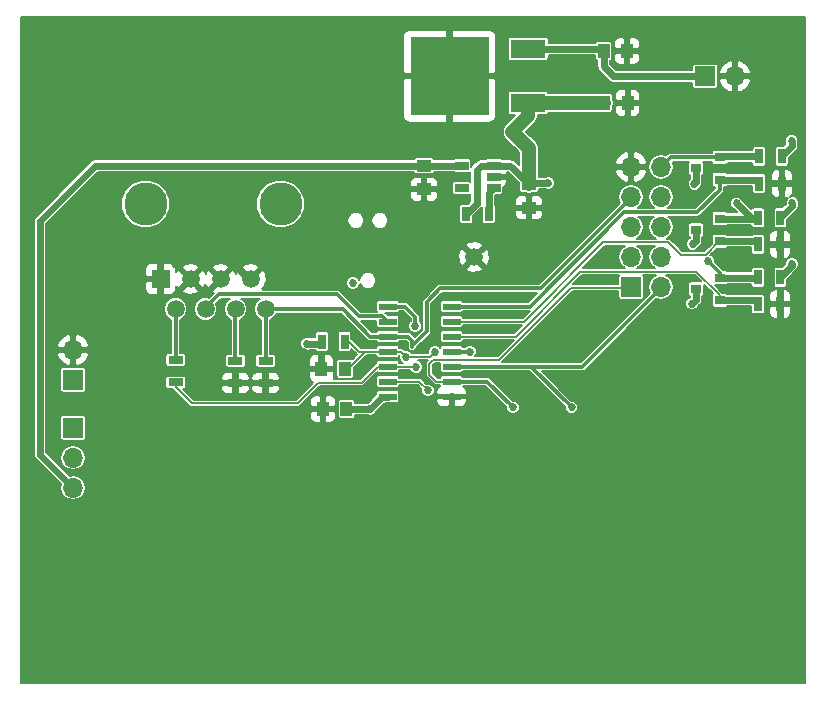
<source format=gbr>
G04 #@! TF.FileFunction,Copper,L4,Bot,Signal*
%FSLAX46Y46*%
G04 Gerber Fmt 4.6, Leading zero omitted, Abs format (unit mm)*
G04 Created by KiCad (PCBNEW 4.0.0-rc1-stable) date 05/10/2017 19:39:07*
%MOMM*%
G01*
G04 APERTURE LIST*
%ADD10C,0.100000*%
%ADD11C,0.685800*%
%ADD12R,1.500000X0.600000*%
%ADD13R,0.900000X0.800000*%
%ADD14C,1.500000*%
%ADD15R,1.190000X0.740000*%
%ADD16R,6.700000X6.700000*%
%ADD17R,3.000000X1.600000*%
%ADD18R,1.700000X1.700000*%
%ADD19O,1.700000X1.700000*%
%ADD20C,3.650000*%
%ADD21R,1.500000X1.500000*%
%ADD22R,1.000000X1.250000*%
%ADD23R,1.250000X1.000000*%
%ADD24R,0.700000X1.300000*%
%ADD25R,1.300000X0.700000*%
%ADD26C,0.304800*%
%ADD27C,0.609600*%
%ADD28C,0.152400*%
%ADD29C,1.219200*%
G04 APERTURE END LIST*
D10*
D11*
X199110000Y-101560000D03*
X201650000Y-101540000D03*
X200570000Y-100220000D03*
X202990000Y-100120000D03*
X204170000Y-98700000D03*
X201980000Y-98700000D03*
X204130000Y-97090000D03*
X204200000Y-95420000D03*
X195750000Y-102550000D03*
X196700000Y-101300000D03*
X194350000Y-101300000D03*
X195450000Y-100050000D03*
X193400000Y-100050000D03*
X194500000Y-98600000D03*
X196900000Y-98600000D03*
X207950000Y-92050000D03*
X207950000Y-94600000D03*
D12*
X186100000Y-107010000D03*
X186100000Y-105740000D03*
X186100000Y-104470000D03*
X186100000Y-103200000D03*
X186100000Y-101930000D03*
X186100000Y-100660000D03*
X186100000Y-99390000D03*
X191500000Y-99390000D03*
X191500000Y-100660000D03*
X191500000Y-101930000D03*
X191500000Y-103200000D03*
X191500000Y-104470000D03*
X191500000Y-105740000D03*
X191500000Y-107010000D03*
D13*
X214200000Y-96950000D03*
X214200000Y-98850000D03*
X212200000Y-97900000D03*
X214200000Y-91950000D03*
X214200000Y-93850000D03*
X212200000Y-92900000D03*
X214200000Y-86750000D03*
X214200000Y-88650000D03*
X212200000Y-87700000D03*
D14*
X193400000Y-95200000D03*
D15*
X192350000Y-87450000D03*
X192350000Y-89350000D03*
X195050000Y-88400000D03*
X195050000Y-87450000D03*
X195050000Y-89350000D03*
D16*
X191325000Y-79875000D03*
D17*
X197975000Y-82175000D03*
X197975000Y-77575000D03*
D18*
X159450000Y-105600000D03*
D19*
X159450000Y-103060000D03*
D18*
X159450000Y-109650000D03*
D19*
X159450000Y-112190000D03*
X159450000Y-114730000D03*
D18*
X206700000Y-97750000D03*
D19*
X209240000Y-97750000D03*
X206700000Y-95210000D03*
X209240000Y-95210000D03*
X206700000Y-92670000D03*
X209240000Y-92670000D03*
X206700000Y-90130000D03*
X209240000Y-90130000D03*
X206700000Y-87590000D03*
X209240000Y-87590000D03*
D20*
X177020000Y-90710000D03*
X165590000Y-90710000D03*
D21*
X166860000Y-97060000D03*
D14*
X168130000Y-99600000D03*
X169400000Y-97060000D03*
X170670000Y-99600000D03*
X171940000Y-97060000D03*
X173210000Y-99600000D03*
X174480000Y-97060000D03*
X175750000Y-99600000D03*
D18*
X212960000Y-79900000D03*
D19*
X215500000Y-79900000D03*
D22*
X182600000Y-108070000D03*
X180600000Y-108070000D03*
X182483000Y-104648000D03*
X180483000Y-104648000D03*
X204360000Y-77760000D03*
X206360000Y-77760000D03*
D23*
X198040000Y-89020000D03*
X198040000Y-91020000D03*
D22*
X204400000Y-82140000D03*
X206400000Y-82140000D03*
D23*
X189153800Y-87468200D03*
X189153800Y-89468200D03*
D24*
X182433000Y-102362000D03*
X180533000Y-102362000D03*
D25*
X168150000Y-103920000D03*
X168150000Y-105820000D03*
X173200000Y-105870000D03*
X173200000Y-103970000D03*
X175750000Y-105870000D03*
X175750000Y-103970000D03*
D24*
X194640000Y-91560000D03*
X192740000Y-91560000D03*
X219340000Y-99180000D03*
X217440000Y-99180000D03*
X219340000Y-94130000D03*
X217440000Y-94130000D03*
X219440000Y-88980000D03*
X217540000Y-88980000D03*
X217440000Y-96930000D03*
X219340000Y-96930000D03*
X217440000Y-91880000D03*
X219340000Y-91880000D03*
X217540000Y-86680000D03*
X219440000Y-86680000D03*
D11*
X168050000Y-95800000D03*
X173000000Y-95950000D03*
X213200000Y-95550000D03*
X215630000Y-90650000D03*
X193050000Y-103200000D03*
X201660000Y-107930000D03*
X196710000Y-107930000D03*
X196650000Y-84600000D03*
X199669400Y-88925400D03*
X220294200Y-85344000D03*
X220345000Y-90627200D03*
X220319600Y-95783400D03*
X190100000Y-103250000D03*
X187650000Y-103650000D03*
X189490000Y-106490000D03*
X188500000Y-104500000D03*
X179247800Y-102539800D03*
X184600000Y-108050000D03*
X183150000Y-97400000D03*
X211850000Y-99150000D03*
X211900000Y-94100000D03*
X212050000Y-89000000D03*
X188400000Y-101050000D03*
D26*
X168050000Y-95800000D02*
X169350000Y-97100000D01*
X169350000Y-97100000D02*
X169420000Y-97100000D01*
X173000000Y-95950000D02*
X174150000Y-97100000D01*
X174150000Y-97100000D02*
X174500000Y-97100000D01*
D27*
X214200000Y-98850000D02*
X217110000Y-98850000D01*
X217110000Y-98850000D02*
X217440000Y-99180000D01*
D28*
X214200000Y-98850000D02*
X214200000Y-98450000D01*
X214200000Y-98450000D02*
X212200000Y-96450000D01*
X196920000Y-101930000D02*
X191500000Y-101930000D01*
X202400000Y-96450000D02*
X196920000Y-101930000D01*
X212200000Y-96450000D02*
X202400000Y-96450000D01*
D27*
X214200000Y-93850000D02*
X217160000Y-93850000D01*
X217160000Y-93850000D02*
X217440000Y-94130000D01*
D26*
X214200000Y-93850000D02*
X214150000Y-93850000D01*
D28*
X214150000Y-93850000D02*
X213000000Y-95000000D01*
X197640000Y-100660000D02*
X191500000Y-100660000D01*
X204350000Y-93950000D02*
X197640000Y-100660000D01*
X209850000Y-93950000D02*
X204350000Y-93950000D01*
X210900000Y-95000000D02*
X209850000Y-93950000D01*
X213000000Y-95000000D02*
X210900000Y-95000000D01*
D27*
X214200000Y-88650000D02*
X217210000Y-88650000D01*
X217210000Y-88650000D02*
X217540000Y-88980000D01*
D26*
X214200000Y-88650000D02*
X214200000Y-89500000D01*
X198136582Y-99390000D02*
X191500000Y-99390000D01*
X206126582Y-91400000D02*
X198136582Y-99390000D01*
X212300000Y-91400000D02*
X206126582Y-91400000D01*
X214200000Y-89500000D02*
X212300000Y-91400000D01*
X168130000Y-99600000D02*
X168150000Y-99620000D01*
X168150000Y-99620000D02*
X168150000Y-103920000D01*
X170690000Y-99640000D02*
X170690000Y-99460000D01*
X170690000Y-99460000D02*
X171800000Y-98350000D01*
X171800000Y-98350000D02*
X181800000Y-98350000D01*
X181800000Y-98350000D02*
X183650000Y-100200000D01*
X183650000Y-100200000D02*
X185640000Y-100200000D01*
X185640000Y-100200000D02*
X186100000Y-100660000D01*
D27*
X214200000Y-96950000D02*
X217420000Y-96950000D01*
X217420000Y-96950000D02*
X217440000Y-96930000D01*
D26*
X213200000Y-95550000D02*
X214200000Y-96550000D01*
X214200000Y-96550000D02*
X214200000Y-96950000D01*
D27*
X214300000Y-96850000D02*
X214200000Y-96950000D01*
X217440000Y-91880000D02*
X216860000Y-91880000D01*
X216860000Y-91880000D02*
X215630000Y-90650000D01*
X214200000Y-91950000D02*
X217370000Y-91950000D01*
X217370000Y-91950000D02*
X217440000Y-91880000D01*
D26*
X209240000Y-87640000D02*
X209240000Y-87560000D01*
X209240000Y-87560000D02*
X210050000Y-86750000D01*
D27*
X214200000Y-86750000D02*
X214270000Y-86680000D01*
X214270000Y-86680000D02*
X217540000Y-86680000D01*
D26*
X210050000Y-86750000D02*
X214200000Y-86750000D01*
D27*
X195050000Y-89350000D02*
X194640000Y-89760000D01*
X194640000Y-89760000D02*
X194640000Y-91560000D01*
D28*
X194825000Y-89350000D02*
X195050000Y-89350000D01*
D26*
X193050000Y-103200000D02*
X191500000Y-103200000D01*
X191500000Y-103200000D02*
X192100000Y-103200000D01*
X198200000Y-104470000D02*
X202570000Y-104470000D01*
X191500000Y-104470000D02*
X198200000Y-104470000D01*
X198200000Y-104470000D02*
X201660000Y-107930000D01*
X191500000Y-104470000D02*
X191920000Y-104470000D01*
X202570000Y-104470000D02*
X209240000Y-97800000D01*
D28*
X206700000Y-97800000D02*
X201650000Y-97800000D01*
X201650000Y-97800000D02*
X195550000Y-103900000D01*
D26*
X191500000Y-105740000D02*
X194520000Y-105740000D01*
X194520000Y-105740000D02*
X196710000Y-107930000D01*
D28*
X190190000Y-105740000D02*
X191500000Y-105740000D01*
X189600000Y-105150000D02*
X190190000Y-105740000D01*
X189600000Y-104250000D02*
X189600000Y-105150000D01*
X189950000Y-103900000D02*
X189600000Y-104250000D01*
X195550000Y-103900000D02*
X189950000Y-103900000D01*
D27*
X193630000Y-87810000D02*
X193624200Y-87815800D01*
X195050000Y-87450000D02*
X193990000Y-87450000D01*
X193630000Y-87810000D02*
X193990000Y-87450000D01*
X193624200Y-90675800D02*
X192740000Y-91560000D01*
X193624200Y-87815800D02*
X193624200Y-90675800D01*
D29*
X197975000Y-82175000D02*
X204365000Y-82175000D01*
X204365000Y-82175000D02*
X204400000Y-82140000D01*
X198040000Y-89020000D02*
X198040000Y-85990000D01*
X197975000Y-83275000D02*
X196650000Y-84600000D01*
X197975000Y-83275000D02*
X197975000Y-82175000D01*
X198040000Y-85990000D02*
X196650000Y-84600000D01*
D27*
X195050000Y-87450000D02*
X196470000Y-87450000D01*
X196470000Y-87450000D02*
X197945400Y-88925400D01*
X197945400Y-88925400D02*
X199669400Y-88925400D01*
X219440000Y-86680000D02*
X220294200Y-85825800D01*
X220294200Y-85825800D02*
X220294200Y-85344000D01*
X219340000Y-91880000D02*
X220345000Y-90875000D01*
X220345000Y-90875000D02*
X220345000Y-90627200D01*
X219340000Y-96930000D02*
X220319600Y-95950400D01*
X220319600Y-95950400D02*
X220319600Y-95783400D01*
X197975000Y-82175000D02*
X197975000Y-82325000D01*
D28*
X183671000Y-103200000D02*
X182833000Y-102362000D01*
X186100000Y-103200000D02*
X183671000Y-103200000D01*
X182833000Y-102362000D02*
X182433000Y-102362000D01*
X182733000Y-104648000D02*
X184181000Y-103200000D01*
X184181000Y-103200000D02*
X186100000Y-103200000D01*
X182850000Y-105070000D02*
X182850000Y-104840000D01*
X189700000Y-103650000D02*
X187650000Y-103650000D01*
X190100000Y-103250000D02*
X189700000Y-103650000D01*
X187200000Y-103200000D02*
X186100000Y-103200000D01*
X187650000Y-103650000D02*
X187200000Y-103200000D01*
X186100000Y-103200000D02*
X186800000Y-103200000D01*
X186550000Y-103200000D02*
X186100000Y-103200000D01*
D26*
X188150000Y-102800000D02*
X188150000Y-102750000D01*
X199030000Y-97850000D02*
X206700000Y-90180000D01*
X190550000Y-97850000D02*
X199030000Y-97850000D01*
X189400000Y-99000000D02*
X190550000Y-97850000D01*
X189400000Y-101500000D02*
X189400000Y-99000000D01*
X188150000Y-102750000D02*
X189400000Y-101500000D01*
X188150000Y-102800000D02*
X188150000Y-102300000D01*
X175750000Y-99600000D02*
X175750000Y-103970000D01*
X175750000Y-99600000D02*
X182277000Y-99600000D01*
X184607000Y-101930000D02*
X186100000Y-101930000D01*
X182277000Y-99600000D02*
X184607000Y-101930000D01*
X187780000Y-101930000D02*
X186100000Y-101930000D01*
X188150000Y-102300000D02*
X187780000Y-101930000D01*
D28*
X186550000Y-101930000D02*
X186100000Y-101930000D01*
D27*
X156650000Y-92150000D02*
X161331800Y-87468200D01*
X156650000Y-92150000D02*
X156650000Y-111930000D01*
X159450000Y-114730000D02*
X156650000Y-111930000D01*
X161331800Y-87468200D02*
X189153800Y-87468200D01*
X192350000Y-87450000D02*
X189172000Y-87450000D01*
X189172000Y-87450000D02*
X189153800Y-87468200D01*
X189200000Y-87600000D02*
X189350000Y-87450000D01*
D28*
X192200000Y-87600000D02*
X192350000Y-87450000D01*
X188740000Y-105740000D02*
X186100000Y-105740000D01*
X189490000Y-106490000D02*
X188740000Y-105740000D01*
X186064802Y-105704802D02*
X186100000Y-105740000D01*
X169520000Y-107590000D02*
X168150000Y-106220000D01*
X169520000Y-107590000D02*
X178460000Y-107590000D01*
X178460000Y-107590000D02*
X180210000Y-105840000D01*
X180210000Y-105840000D02*
X183880000Y-105840000D01*
X183880000Y-105840000D02*
X185250000Y-104470000D01*
X186100000Y-104470000D02*
X185250000Y-104470000D01*
X168150000Y-106220000D02*
X168150000Y-105820000D01*
X188500000Y-104500000D02*
X188470000Y-104470000D01*
X188470000Y-104470000D02*
X186100000Y-104470000D01*
X186100000Y-104470000D02*
X185765198Y-104470000D01*
D27*
X180533000Y-102362000D02*
X180355200Y-102539800D01*
X180355200Y-102539800D02*
X179247800Y-102539800D01*
X182870000Y-108050000D02*
X184600000Y-108050000D01*
X184600000Y-108050000D02*
X185640000Y-107010000D01*
X182870000Y-108050000D02*
X182850000Y-108070000D01*
X186100000Y-107010000D02*
X185640000Y-107010000D01*
X212200000Y-97900000D02*
X212200000Y-98800000D01*
X212200000Y-98800000D02*
X211850000Y-99150000D01*
X212200000Y-92900000D02*
X212200000Y-93800000D01*
X212200000Y-93800000D02*
X211900000Y-94100000D01*
X212200000Y-87700000D02*
X212200000Y-88850000D01*
X212200000Y-88850000D02*
X212050000Y-89000000D01*
D26*
X173210000Y-99600000D02*
X173200000Y-99610000D01*
X173200000Y-99610000D02*
X173200000Y-103970000D01*
X188400000Y-101050000D02*
X188400000Y-100250000D01*
X188400000Y-100250000D02*
X187540000Y-99390000D01*
X187540000Y-99390000D02*
X186100000Y-99390000D01*
D27*
X204360000Y-77760000D02*
X204360000Y-79061800D01*
X205198200Y-79900000D02*
X212960000Y-79900000D01*
X204360000Y-79061800D02*
X205198200Y-79900000D01*
X197975000Y-77575000D02*
X203925000Y-77575000D01*
X203925000Y-77575000D02*
X204110000Y-77760000D01*
D29*
X197975000Y-77775000D02*
X197975000Y-77575000D01*
D27*
X197975000Y-77925000D02*
X197975000Y-77575000D01*
D28*
G36*
X221396400Y-131296400D02*
X155003600Y-131296400D01*
X155003600Y-92150000D01*
X156116600Y-92150000D01*
X156116600Y-111930000D01*
X156157203Y-112134123D01*
X156272829Y-112307171D01*
X158407573Y-114441915D01*
X158350269Y-114730000D01*
X158432373Y-115142762D01*
X158666184Y-115492685D01*
X159016107Y-115726496D01*
X159428869Y-115808600D01*
X159471131Y-115808600D01*
X159883893Y-115726496D01*
X160233816Y-115492685D01*
X160467627Y-115142762D01*
X160549731Y-114730000D01*
X160467627Y-114317238D01*
X160233816Y-113967315D01*
X159883893Y-113733504D01*
X159471131Y-113651400D01*
X159428869Y-113651400D01*
X159176034Y-113701692D01*
X157664342Y-112190000D01*
X158350269Y-112190000D01*
X158432373Y-112602762D01*
X158666184Y-112952685D01*
X159016107Y-113186496D01*
X159428869Y-113268600D01*
X159471131Y-113268600D01*
X159883893Y-113186496D01*
X160233816Y-112952685D01*
X160467627Y-112602762D01*
X160549731Y-112190000D01*
X160467627Y-111777238D01*
X160233816Y-111427315D01*
X159883893Y-111193504D01*
X159471131Y-111111400D01*
X159428869Y-111111400D01*
X159016107Y-111193504D01*
X158666184Y-111427315D01*
X158432373Y-111777238D01*
X158350269Y-112190000D01*
X157664342Y-112190000D01*
X157183400Y-111709058D01*
X157183400Y-108800000D01*
X158366922Y-108800000D01*
X158366922Y-110500000D01*
X158382862Y-110584714D01*
X158432928Y-110662518D01*
X158509320Y-110714715D01*
X158600000Y-110733078D01*
X160300000Y-110733078D01*
X160384714Y-110717138D01*
X160462518Y-110667072D01*
X160514715Y-110590680D01*
X160533078Y-110500000D01*
X160533078Y-108800000D01*
X160517138Y-108715286D01*
X160467072Y-108637482D01*
X160390680Y-108585285D01*
X160300000Y-108566922D01*
X158600000Y-108566922D01*
X158515286Y-108582862D01*
X158437482Y-108632928D01*
X158385285Y-108709320D01*
X158366922Y-108800000D01*
X157183400Y-108800000D01*
X157183400Y-108393850D01*
X179515800Y-108393850D01*
X179515800Y-108811204D01*
X179604739Y-109025922D01*
X179769077Y-109190261D01*
X179983795Y-109279200D01*
X180276150Y-109279200D01*
X180422200Y-109133150D01*
X180422200Y-108247800D01*
X180777800Y-108247800D01*
X180777800Y-109133150D01*
X180923850Y-109279200D01*
X181216205Y-109279200D01*
X181430923Y-109190261D01*
X181595261Y-109025922D01*
X181684200Y-108811204D01*
X181684200Y-108393850D01*
X181538150Y-108247800D01*
X180777800Y-108247800D01*
X180422200Y-108247800D01*
X179661850Y-108247800D01*
X179515800Y-108393850D01*
X157183400Y-108393850D01*
X157183400Y-104750000D01*
X158366922Y-104750000D01*
X158366922Y-106450000D01*
X158382862Y-106534714D01*
X158432928Y-106612518D01*
X158509320Y-106664715D01*
X158600000Y-106683078D01*
X160300000Y-106683078D01*
X160384714Y-106667138D01*
X160462518Y-106617072D01*
X160514715Y-106540680D01*
X160533078Y-106450000D01*
X160533078Y-105470000D01*
X167266922Y-105470000D01*
X167266922Y-106170000D01*
X167282862Y-106254714D01*
X167332928Y-106332518D01*
X167409320Y-106384715D01*
X167500000Y-106403078D01*
X167912793Y-106403078D01*
X167934474Y-106435526D01*
X169304474Y-107805526D01*
X169403359Y-107871599D01*
X169520000Y-107894800D01*
X178460000Y-107894800D01*
X178576642Y-107871598D01*
X178675526Y-107805526D01*
X179152256Y-107328796D01*
X179515800Y-107328796D01*
X179515800Y-107746150D01*
X179661850Y-107892200D01*
X180422200Y-107892200D01*
X180422200Y-107006850D01*
X180777800Y-107006850D01*
X180777800Y-107892200D01*
X181538150Y-107892200D01*
X181684200Y-107746150D01*
X181684200Y-107445000D01*
X181866922Y-107445000D01*
X181866922Y-108695000D01*
X181882862Y-108779714D01*
X181932928Y-108857518D01*
X182009320Y-108909715D01*
X182100000Y-108928078D01*
X183100000Y-108928078D01*
X183184714Y-108912138D01*
X183262518Y-108862072D01*
X183314715Y-108785680D01*
X183333078Y-108695000D01*
X183333078Y-108583400D01*
X184394309Y-108583400D01*
X184485823Y-108621400D01*
X184713180Y-108621599D01*
X184923306Y-108534776D01*
X185084211Y-108374151D01*
X185122570Y-108281772D01*
X185860942Y-107543400D01*
X186100000Y-107543400D01*
X186101619Y-107543078D01*
X186850000Y-107543078D01*
X186934714Y-107527138D01*
X187012518Y-107477072D01*
X187064715Y-107400680D01*
X187083078Y-107310000D01*
X187083078Y-107306050D01*
X190165800Y-107306050D01*
X190165800Y-107426204D01*
X190254739Y-107640922D01*
X190419077Y-107805261D01*
X190633795Y-107894200D01*
X191176150Y-107894200D01*
X191322200Y-107748150D01*
X191322200Y-107160000D01*
X191677800Y-107160000D01*
X191677800Y-107748150D01*
X191823850Y-107894200D01*
X192366205Y-107894200D01*
X192580923Y-107805261D01*
X192745261Y-107640922D01*
X192834200Y-107426204D01*
X192834200Y-107306050D01*
X192688150Y-107160000D01*
X191677800Y-107160000D01*
X191322200Y-107160000D01*
X190311850Y-107160000D01*
X190165800Y-107306050D01*
X187083078Y-107306050D01*
X187083078Y-106710000D01*
X187067138Y-106625286D01*
X187017072Y-106547482D01*
X186940680Y-106495285D01*
X186850000Y-106476922D01*
X186101619Y-106476922D01*
X186100000Y-106476600D01*
X185640000Y-106476600D01*
X185638381Y-106476922D01*
X185350000Y-106476922D01*
X185265286Y-106492862D01*
X185187482Y-106542928D01*
X185135285Y-106619320D01*
X185116922Y-106710000D01*
X185116922Y-106778736D01*
X184379058Y-107516600D01*
X183333078Y-107516600D01*
X183333078Y-107445000D01*
X183317138Y-107360286D01*
X183267072Y-107282482D01*
X183190680Y-107230285D01*
X183100000Y-107211922D01*
X182100000Y-107211922D01*
X182015286Y-107227862D01*
X181937482Y-107277928D01*
X181885285Y-107354320D01*
X181866922Y-107445000D01*
X181684200Y-107445000D01*
X181684200Y-107328796D01*
X181595261Y-107114078D01*
X181430923Y-106949739D01*
X181216205Y-106860800D01*
X180923850Y-106860800D01*
X180777800Y-107006850D01*
X180422200Y-107006850D01*
X180276150Y-106860800D01*
X179983795Y-106860800D01*
X179769077Y-106949739D01*
X179604739Y-107114078D01*
X179515800Y-107328796D01*
X179152256Y-107328796D01*
X180336252Y-106144800D01*
X183880000Y-106144800D01*
X183996642Y-106121598D01*
X184095526Y-106055526D01*
X184711052Y-105440000D01*
X185116922Y-105440000D01*
X185116922Y-106040000D01*
X185132862Y-106124714D01*
X185182928Y-106202518D01*
X185259320Y-106254715D01*
X185350000Y-106273078D01*
X186850000Y-106273078D01*
X186934714Y-106257138D01*
X187012518Y-106207072D01*
X187064715Y-106130680D01*
X187082106Y-106044800D01*
X188613748Y-106044800D01*
X188926279Y-106357331D01*
X188918600Y-106375823D01*
X188918401Y-106603180D01*
X189005224Y-106813306D01*
X189165849Y-106974211D01*
X189375823Y-107061400D01*
X189603180Y-107061599D01*
X189813306Y-106974776D01*
X189974211Y-106814151D01*
X190061400Y-106604177D01*
X190061599Y-106376820D01*
X189974776Y-106166694D01*
X189814151Y-106005789D01*
X189604177Y-105918600D01*
X189376820Y-105918401D01*
X189357455Y-105926403D01*
X188955526Y-105524474D01*
X188856642Y-105458402D01*
X188740000Y-105435200D01*
X187082175Y-105435200D01*
X187067138Y-105355286D01*
X187017072Y-105277482D01*
X186940680Y-105225285D01*
X186850000Y-105206922D01*
X185350000Y-105206922D01*
X185265286Y-105222862D01*
X185187482Y-105272928D01*
X185135285Y-105349320D01*
X185116922Y-105440000D01*
X184711052Y-105440000D01*
X185204081Y-104946971D01*
X185259320Y-104984715D01*
X185350000Y-105003078D01*
X186850000Y-105003078D01*
X186934714Y-104987138D01*
X187012518Y-104937072D01*
X187064715Y-104860680D01*
X187082106Y-104774800D01*
X187995182Y-104774800D01*
X188015224Y-104823306D01*
X188175849Y-104984211D01*
X188385823Y-105071400D01*
X188613180Y-105071599D01*
X188823306Y-104984776D01*
X188984211Y-104824151D01*
X189071400Y-104614177D01*
X189071599Y-104386820D01*
X188984776Y-104176694D01*
X188824151Y-104015789D01*
X188677273Y-103954800D01*
X189464148Y-103954800D01*
X189384474Y-104034474D01*
X189318402Y-104133358D01*
X189295200Y-104250000D01*
X189295200Y-105150000D01*
X189318402Y-105266642D01*
X189384474Y-105365526D01*
X189974474Y-105955526D01*
X190073358Y-106021598D01*
X190190000Y-106044800D01*
X190517825Y-106044800D01*
X190532862Y-106124714D01*
X190554655Y-106158581D01*
X190419077Y-106214739D01*
X190254739Y-106379078D01*
X190165800Y-106593796D01*
X190165800Y-106713950D01*
X190311850Y-106860000D01*
X191322200Y-106860000D01*
X191322200Y-106812200D01*
X191677800Y-106812200D01*
X191677800Y-106860000D01*
X192688150Y-106860000D01*
X192834200Y-106713950D01*
X192834200Y-106593796D01*
X192745261Y-106379078D01*
X192580923Y-106214739D01*
X192445583Y-106158680D01*
X192464715Y-106130680D01*
X192466675Y-106121000D01*
X194362184Y-106121000D01*
X196138529Y-107897344D01*
X196138401Y-108043180D01*
X196225224Y-108253306D01*
X196385849Y-108414211D01*
X196595823Y-108501400D01*
X196823180Y-108501599D01*
X197033306Y-108414776D01*
X197194211Y-108254151D01*
X197281400Y-108044177D01*
X197281599Y-107816820D01*
X197194776Y-107606694D01*
X197034151Y-107445789D01*
X196824177Y-107358600D01*
X196677287Y-107358471D01*
X194789408Y-105470592D01*
X194665803Y-105388002D01*
X194520000Y-105359000D01*
X192467837Y-105359000D01*
X192467138Y-105355286D01*
X192417072Y-105277482D01*
X192340680Y-105225285D01*
X192250000Y-105206922D01*
X190750000Y-105206922D01*
X190665286Y-105222862D01*
X190587482Y-105272928D01*
X190535285Y-105349320D01*
X190517894Y-105435200D01*
X190316252Y-105435200D01*
X189904800Y-105023748D01*
X189904800Y-104376252D01*
X190076252Y-104204800D01*
X190516922Y-104204800D01*
X190516922Y-104770000D01*
X190532862Y-104854714D01*
X190582928Y-104932518D01*
X190659320Y-104984715D01*
X190750000Y-105003078D01*
X192250000Y-105003078D01*
X192334714Y-104987138D01*
X192412518Y-104937072D01*
X192464715Y-104860680D01*
X192466675Y-104851000D01*
X198042184Y-104851000D01*
X201088529Y-107897345D01*
X201088401Y-108043180D01*
X201175224Y-108253306D01*
X201335849Y-108414211D01*
X201545823Y-108501400D01*
X201773180Y-108501599D01*
X201983306Y-108414776D01*
X202144211Y-108254151D01*
X202231400Y-108044177D01*
X202231599Y-107816820D01*
X202144776Y-107606694D01*
X201984151Y-107445789D01*
X201774177Y-107358600D01*
X201627287Y-107358471D01*
X199119816Y-104851000D01*
X202570000Y-104851000D01*
X202715803Y-104821998D01*
X202839408Y-104739408D01*
X208827970Y-98750845D01*
X209218869Y-98828600D01*
X209261131Y-98828600D01*
X209673893Y-98746496D01*
X210023816Y-98512685D01*
X210257627Y-98162762D01*
X210339731Y-97750000D01*
X210257627Y-97337238D01*
X210023816Y-96987315D01*
X209675833Y-96754800D01*
X212073748Y-96754800D01*
X212585870Y-97266922D01*
X211750000Y-97266922D01*
X211665286Y-97282862D01*
X211587482Y-97332928D01*
X211535285Y-97409320D01*
X211516922Y-97500000D01*
X211516922Y-98300000D01*
X211532862Y-98384714D01*
X211582928Y-98462518D01*
X211659320Y-98514715D01*
X211666600Y-98516189D01*
X211666600Y-98579058D01*
X211618275Y-98627383D01*
X211526694Y-98665224D01*
X211365789Y-98825849D01*
X211278600Y-99035823D01*
X211278401Y-99263180D01*
X211365224Y-99473306D01*
X211525849Y-99634211D01*
X211735823Y-99721400D01*
X211963180Y-99721599D01*
X212173306Y-99634776D01*
X212334211Y-99474151D01*
X212372570Y-99381772D01*
X212577171Y-99177171D01*
X212692797Y-99004123D01*
X212733401Y-98800000D01*
X212733400Y-98799995D01*
X212733400Y-98517385D01*
X212734714Y-98517138D01*
X212812518Y-98467072D01*
X212864715Y-98390680D01*
X212883078Y-98300000D01*
X212883078Y-97564130D01*
X213596240Y-98277292D01*
X213587482Y-98282928D01*
X213535285Y-98359320D01*
X213516922Y-98450000D01*
X213516922Y-99250000D01*
X213532862Y-99334714D01*
X213582928Y-99412518D01*
X213659320Y-99464715D01*
X213750000Y-99483078D01*
X214650000Y-99483078D01*
X214734714Y-99467138D01*
X214812518Y-99417072D01*
X214835525Y-99383400D01*
X216856922Y-99383400D01*
X216856922Y-99830000D01*
X216872862Y-99914714D01*
X216922928Y-99992518D01*
X216999320Y-100044715D01*
X217090000Y-100063078D01*
X217790000Y-100063078D01*
X217874714Y-100047138D01*
X217952518Y-99997072D01*
X218004715Y-99920680D01*
X218023078Y-99830000D01*
X218023078Y-99503850D01*
X218405800Y-99503850D01*
X218405800Y-99946204D01*
X218494739Y-100160922D01*
X218659077Y-100325261D01*
X218873795Y-100414200D01*
X219018950Y-100414200D01*
X219165000Y-100268150D01*
X219165000Y-99357800D01*
X219515000Y-99357800D01*
X219515000Y-100268150D01*
X219661050Y-100414200D01*
X219806205Y-100414200D01*
X220020923Y-100325261D01*
X220185261Y-100160922D01*
X220274200Y-99946204D01*
X220274200Y-99503850D01*
X220128150Y-99357800D01*
X219515000Y-99357800D01*
X219165000Y-99357800D01*
X218551850Y-99357800D01*
X218405800Y-99503850D01*
X218023078Y-99503850D01*
X218023078Y-98530000D01*
X218007138Y-98445286D01*
X217986875Y-98413796D01*
X218405800Y-98413796D01*
X218405800Y-98856150D01*
X218551850Y-99002200D01*
X219165000Y-99002200D01*
X219165000Y-98091850D01*
X219515000Y-98091850D01*
X219515000Y-99002200D01*
X220128150Y-99002200D01*
X220274200Y-98856150D01*
X220274200Y-98413796D01*
X220185261Y-98199078D01*
X220020923Y-98034739D01*
X219806205Y-97945800D01*
X219661050Y-97945800D01*
X219515000Y-98091850D01*
X219165000Y-98091850D01*
X219018950Y-97945800D01*
X218873795Y-97945800D01*
X218659077Y-98034739D01*
X218494739Y-98199078D01*
X218405800Y-98413796D01*
X217986875Y-98413796D01*
X217957072Y-98367482D01*
X217880680Y-98315285D01*
X217790000Y-98296922D01*
X217090000Y-98296922D01*
X217005286Y-98312862D01*
X216999477Y-98316600D01*
X214835809Y-98316600D01*
X214817072Y-98287482D01*
X214740680Y-98235285D01*
X214650000Y-98216922D01*
X214397974Y-98216922D01*
X213764130Y-97583078D01*
X214650000Y-97583078D01*
X214734714Y-97567138D01*
X214812518Y-97517072D01*
X214835525Y-97483400D01*
X216856922Y-97483400D01*
X216856922Y-97580000D01*
X216872862Y-97664714D01*
X216922928Y-97742518D01*
X216999320Y-97794715D01*
X217090000Y-97813078D01*
X217790000Y-97813078D01*
X217874714Y-97797138D01*
X217952518Y-97747072D01*
X218004715Y-97670680D01*
X218023078Y-97580000D01*
X218023078Y-96280000D01*
X218756922Y-96280000D01*
X218756922Y-97580000D01*
X218772862Y-97664714D01*
X218822928Y-97742518D01*
X218899320Y-97794715D01*
X218990000Y-97813078D01*
X219690000Y-97813078D01*
X219774714Y-97797138D01*
X219852518Y-97747072D01*
X219904715Y-97670680D01*
X219923078Y-97580000D01*
X219923078Y-97101264D01*
X220696768Y-96327573D01*
X220696771Y-96327571D01*
X220812397Y-96154523D01*
X220838228Y-96024665D01*
X220891000Y-95897577D01*
X220891199Y-95670220D01*
X220804376Y-95460094D01*
X220643751Y-95299189D01*
X220433777Y-95212000D01*
X220206420Y-95211801D01*
X219996294Y-95298624D01*
X219835389Y-95459249D01*
X219748200Y-95669223D01*
X219748114Y-95767545D01*
X219468737Y-96046922D01*
X218990000Y-96046922D01*
X218905286Y-96062862D01*
X218827482Y-96112928D01*
X218775285Y-96189320D01*
X218756922Y-96280000D01*
X218023078Y-96280000D01*
X218007138Y-96195286D01*
X217957072Y-96117482D01*
X217880680Y-96065285D01*
X217790000Y-96046922D01*
X217090000Y-96046922D01*
X217005286Y-96062862D01*
X216927482Y-96112928D01*
X216875285Y-96189320D01*
X216856922Y-96280000D01*
X216856922Y-96416600D01*
X214835809Y-96416600D01*
X214817072Y-96387482D01*
X214740680Y-96335285D01*
X214650000Y-96316922D01*
X214493683Y-96316922D01*
X214469408Y-96280592D01*
X214469405Y-96280590D01*
X213771471Y-95582656D01*
X213771599Y-95436820D01*
X213684776Y-95226694D01*
X213524151Y-95065789D01*
X213411881Y-95019171D01*
X213947974Y-94483078D01*
X214650000Y-94483078D01*
X214734714Y-94467138D01*
X214812518Y-94417072D01*
X214835525Y-94383400D01*
X216856922Y-94383400D01*
X216856922Y-94780000D01*
X216872862Y-94864714D01*
X216922928Y-94942518D01*
X216999320Y-94994715D01*
X217090000Y-95013078D01*
X217790000Y-95013078D01*
X217874714Y-94997138D01*
X217952518Y-94947072D01*
X218004715Y-94870680D01*
X218023078Y-94780000D01*
X218023078Y-94453850D01*
X218405800Y-94453850D01*
X218405800Y-94896204D01*
X218494739Y-95110922D01*
X218659077Y-95275261D01*
X218873795Y-95364200D01*
X219018950Y-95364200D01*
X219165000Y-95218150D01*
X219165000Y-94307800D01*
X219515000Y-94307800D01*
X219515000Y-95218150D01*
X219661050Y-95364200D01*
X219806205Y-95364200D01*
X220020923Y-95275261D01*
X220185261Y-95110922D01*
X220274200Y-94896204D01*
X220274200Y-94453850D01*
X220128150Y-94307800D01*
X219515000Y-94307800D01*
X219165000Y-94307800D01*
X218551850Y-94307800D01*
X218405800Y-94453850D01*
X218023078Y-94453850D01*
X218023078Y-93480000D01*
X218007138Y-93395286D01*
X217986875Y-93363796D01*
X218405800Y-93363796D01*
X218405800Y-93806150D01*
X218551850Y-93952200D01*
X219165000Y-93952200D01*
X219165000Y-93041850D01*
X219515000Y-93041850D01*
X219515000Y-93952200D01*
X220128150Y-93952200D01*
X220274200Y-93806150D01*
X220274200Y-93363796D01*
X220185261Y-93149078D01*
X220020923Y-92984739D01*
X219806205Y-92895800D01*
X219661050Y-92895800D01*
X219515000Y-93041850D01*
X219165000Y-93041850D01*
X219018950Y-92895800D01*
X218873795Y-92895800D01*
X218659077Y-92984739D01*
X218494739Y-93149078D01*
X218405800Y-93363796D01*
X217986875Y-93363796D01*
X217957072Y-93317482D01*
X217880680Y-93265285D01*
X217790000Y-93246922D01*
X217090000Y-93246922D01*
X217005286Y-93262862D01*
X216927482Y-93312928D01*
X216924973Y-93316600D01*
X214835809Y-93316600D01*
X214817072Y-93287482D01*
X214740680Y-93235285D01*
X214650000Y-93216922D01*
X213750000Y-93216922D01*
X213665286Y-93232862D01*
X213587482Y-93282928D01*
X213535285Y-93359320D01*
X213516922Y-93450000D01*
X213516922Y-94052026D01*
X212873748Y-94695200D01*
X211026252Y-94695200D01*
X210544232Y-94213180D01*
X211328401Y-94213180D01*
X211415224Y-94423306D01*
X211575849Y-94584211D01*
X211785823Y-94671400D01*
X212013180Y-94671599D01*
X212223306Y-94584776D01*
X212384211Y-94424151D01*
X212422570Y-94331772D01*
X212577171Y-94177171D01*
X212692797Y-94004123D01*
X212733400Y-93800000D01*
X212733400Y-93517385D01*
X212734714Y-93517138D01*
X212812518Y-93467072D01*
X212864715Y-93390680D01*
X212883078Y-93300000D01*
X212883078Y-92500000D01*
X212867138Y-92415286D01*
X212817072Y-92337482D01*
X212740680Y-92285285D01*
X212650000Y-92266922D01*
X211750000Y-92266922D01*
X211665286Y-92282862D01*
X211587482Y-92332928D01*
X211535285Y-92409320D01*
X211516922Y-92500000D01*
X211516922Y-93300000D01*
X211532862Y-93384714D01*
X211582928Y-93462518D01*
X211659320Y-93514715D01*
X211666600Y-93516189D01*
X211666600Y-93578075D01*
X211576694Y-93615224D01*
X211415789Y-93775849D01*
X211328600Y-93985823D01*
X211328401Y-94213180D01*
X210544232Y-94213180D01*
X210065526Y-93734474D01*
X209966642Y-93668402D01*
X209850000Y-93645200D01*
X209705765Y-93645200D01*
X210023816Y-93432685D01*
X210257627Y-93082762D01*
X210339731Y-92670000D01*
X210257627Y-92257238D01*
X210023816Y-91907315D01*
X209834772Y-91781000D01*
X212300000Y-91781000D01*
X212445803Y-91751998D01*
X212569408Y-91669408D01*
X212688816Y-91550000D01*
X213516922Y-91550000D01*
X213516922Y-92350000D01*
X213532862Y-92434714D01*
X213582928Y-92512518D01*
X213659320Y-92564715D01*
X213750000Y-92583078D01*
X214650000Y-92583078D01*
X214734714Y-92567138D01*
X214812518Y-92517072D01*
X214835525Y-92483400D01*
X216856922Y-92483400D01*
X216856922Y-92530000D01*
X216872862Y-92614714D01*
X216922928Y-92692518D01*
X216999320Y-92744715D01*
X217090000Y-92763078D01*
X217790000Y-92763078D01*
X217874714Y-92747138D01*
X217952518Y-92697072D01*
X218004715Y-92620680D01*
X218023078Y-92530000D01*
X218023078Y-91230000D01*
X218756922Y-91230000D01*
X218756922Y-92530000D01*
X218772862Y-92614714D01*
X218822928Y-92692518D01*
X218899320Y-92744715D01*
X218990000Y-92763078D01*
X219690000Y-92763078D01*
X219774714Y-92747138D01*
X219852518Y-92697072D01*
X219904715Y-92620680D01*
X219923078Y-92530000D01*
X219923078Y-92051264D01*
X220722168Y-91252173D01*
X220722171Y-91252171D01*
X220837797Y-91079123D01*
X220843987Y-91048003D01*
X220878401Y-90875000D01*
X220878400Y-90874995D01*
X220878400Y-90832891D01*
X220916400Y-90741377D01*
X220916599Y-90514020D01*
X220829776Y-90303894D01*
X220669151Y-90142989D01*
X220459177Y-90055800D01*
X220231820Y-90055601D01*
X220161546Y-90084638D01*
X220285261Y-89960922D01*
X220374200Y-89746204D01*
X220374200Y-89303850D01*
X220228150Y-89157800D01*
X219615000Y-89157800D01*
X219615000Y-90068150D01*
X219761050Y-90214200D01*
X219906205Y-90214200D01*
X219980706Y-90183341D01*
X219860789Y-90303049D01*
X219773600Y-90513023D01*
X219773443Y-90692216D01*
X219468737Y-90996922D01*
X218990000Y-90996922D01*
X218905286Y-91012862D01*
X218827482Y-91062928D01*
X218775285Y-91139320D01*
X218756922Y-91230000D01*
X218023078Y-91230000D01*
X218007138Y-91145286D01*
X217957072Y-91067482D01*
X217880680Y-91015285D01*
X217790000Y-90996922D01*
X217090000Y-90996922D01*
X217005286Y-91012862D01*
X216927482Y-91062928D01*
X216875285Y-91139320D01*
X216875012Y-91140670D01*
X216152617Y-90418275D01*
X216114776Y-90326694D01*
X215954151Y-90165789D01*
X215744177Y-90078600D01*
X215516820Y-90078401D01*
X215306694Y-90165224D01*
X215145789Y-90325849D01*
X215058600Y-90535823D01*
X215058401Y-90763180D01*
X215145224Y-90973306D01*
X215305849Y-91134211D01*
X215398228Y-91172570D01*
X215642258Y-91416600D01*
X214835809Y-91416600D01*
X214817072Y-91387482D01*
X214740680Y-91335285D01*
X214650000Y-91316922D01*
X213750000Y-91316922D01*
X213665286Y-91332862D01*
X213587482Y-91382928D01*
X213535285Y-91459320D01*
X213516922Y-91550000D01*
X212688816Y-91550000D01*
X214469408Y-89769408D01*
X214551998Y-89645802D01*
X214581001Y-89500000D01*
X214581000Y-89499995D01*
X214581000Y-89283078D01*
X214650000Y-89283078D01*
X214734714Y-89267138D01*
X214812518Y-89217072D01*
X214835525Y-89183400D01*
X216956922Y-89183400D01*
X216956922Y-89630000D01*
X216972862Y-89714714D01*
X217022928Y-89792518D01*
X217099320Y-89844715D01*
X217190000Y-89863078D01*
X217890000Y-89863078D01*
X217974714Y-89847138D01*
X218052518Y-89797072D01*
X218104715Y-89720680D01*
X218123078Y-89630000D01*
X218123078Y-89303850D01*
X218505800Y-89303850D01*
X218505800Y-89746204D01*
X218594739Y-89960922D01*
X218759077Y-90125261D01*
X218973795Y-90214200D01*
X219118950Y-90214200D01*
X219265000Y-90068150D01*
X219265000Y-89157800D01*
X218651850Y-89157800D01*
X218505800Y-89303850D01*
X218123078Y-89303850D01*
X218123078Y-88330000D01*
X218107138Y-88245286D01*
X218086875Y-88213796D01*
X218505800Y-88213796D01*
X218505800Y-88656150D01*
X218651850Y-88802200D01*
X219265000Y-88802200D01*
X219265000Y-87891850D01*
X219615000Y-87891850D01*
X219615000Y-88802200D01*
X220228150Y-88802200D01*
X220374200Y-88656150D01*
X220374200Y-88213796D01*
X220285261Y-87999078D01*
X220120923Y-87834739D01*
X219906205Y-87745800D01*
X219761050Y-87745800D01*
X219615000Y-87891850D01*
X219265000Y-87891850D01*
X219118950Y-87745800D01*
X218973795Y-87745800D01*
X218759077Y-87834739D01*
X218594739Y-87999078D01*
X218505800Y-88213796D01*
X218086875Y-88213796D01*
X218057072Y-88167482D01*
X217980680Y-88115285D01*
X217890000Y-88096922D01*
X217190000Y-88096922D01*
X217105286Y-88112862D01*
X217099477Y-88116600D01*
X214835809Y-88116600D01*
X214817072Y-88087482D01*
X214740680Y-88035285D01*
X214650000Y-88016922D01*
X213750000Y-88016922D01*
X213665286Y-88032862D01*
X213587482Y-88082928D01*
X213535285Y-88159320D01*
X213516922Y-88250000D01*
X213516922Y-89050000D01*
X213532862Y-89134714D01*
X213582928Y-89212518D01*
X213659320Y-89264715D01*
X213750000Y-89283078D01*
X213819000Y-89283078D01*
X213819000Y-89342184D01*
X212142184Y-91019000D01*
X209834772Y-91019000D01*
X210023816Y-90892685D01*
X210257627Y-90542762D01*
X210339731Y-90130000D01*
X210257627Y-89717238D01*
X210023816Y-89367315D01*
X209673893Y-89133504D01*
X209261131Y-89051400D01*
X209218869Y-89051400D01*
X208806107Y-89133504D01*
X208456184Y-89367315D01*
X208222373Y-89717238D01*
X208140269Y-90130000D01*
X208222373Y-90542762D01*
X208456184Y-90892685D01*
X208645228Y-91019000D01*
X207294772Y-91019000D01*
X207483816Y-90892685D01*
X207717627Y-90542762D01*
X207799731Y-90130000D01*
X207717627Y-89717238D01*
X207483816Y-89367315D01*
X207133893Y-89133504D01*
X206721131Y-89051400D01*
X206678869Y-89051400D01*
X206266107Y-89133504D01*
X205916184Y-89367315D01*
X205682373Y-89717238D01*
X205600269Y-90130000D01*
X205682373Y-90542762D01*
X205728856Y-90612328D01*
X198872184Y-97469000D01*
X190550005Y-97469000D01*
X190550000Y-97468999D01*
X190404198Y-97498002D01*
X190280592Y-97580592D01*
X190280590Y-97580595D01*
X189130592Y-98730592D01*
X189048002Y-98854197D01*
X189034331Y-98922928D01*
X189019000Y-99000000D01*
X189019000Y-101342184D01*
X188375000Y-101986184D01*
X188049408Y-101660592D01*
X187925803Y-101578002D01*
X187780000Y-101549000D01*
X187067837Y-101549000D01*
X187067138Y-101545286D01*
X187017072Y-101467482D01*
X186940680Y-101415285D01*
X186850000Y-101396922D01*
X185350000Y-101396922D01*
X185265286Y-101412862D01*
X185187482Y-101462928D01*
X185135285Y-101539320D01*
X185133325Y-101549000D01*
X184764815Y-101549000D01*
X183796815Y-100581000D01*
X185116922Y-100581000D01*
X185116922Y-100960000D01*
X185132862Y-101044714D01*
X185182928Y-101122518D01*
X185259320Y-101174715D01*
X185350000Y-101193078D01*
X186850000Y-101193078D01*
X186934714Y-101177138D01*
X187012518Y-101127072D01*
X187064715Y-101050680D01*
X187083078Y-100960000D01*
X187083078Y-100360000D01*
X187067138Y-100275286D01*
X187017072Y-100197482D01*
X186940680Y-100145285D01*
X186850000Y-100126922D01*
X186105738Y-100126922D01*
X185909408Y-99930592D01*
X185898162Y-99923078D01*
X186850000Y-99923078D01*
X186934714Y-99907138D01*
X187012518Y-99857072D01*
X187064715Y-99780680D01*
X187066675Y-99771000D01*
X187382184Y-99771000D01*
X188019000Y-100407815D01*
X188019000Y-100622818D01*
X187915789Y-100725849D01*
X187828600Y-100935823D01*
X187828401Y-101163180D01*
X187915224Y-101373306D01*
X188075849Y-101534211D01*
X188285823Y-101621400D01*
X188513180Y-101621599D01*
X188723306Y-101534776D01*
X188884211Y-101374151D01*
X188971400Y-101164177D01*
X188971599Y-100936820D01*
X188884776Y-100726694D01*
X188781000Y-100622737D01*
X188781000Y-100250005D01*
X188781001Y-100250000D01*
X188751998Y-100104198D01*
X188718589Y-100054198D01*
X188669408Y-99980592D01*
X188669405Y-99980590D01*
X187809408Y-99120592D01*
X187685803Y-99038002D01*
X187540000Y-99009000D01*
X187067837Y-99009000D01*
X187067138Y-99005286D01*
X187017072Y-98927482D01*
X186940680Y-98875285D01*
X186850000Y-98856922D01*
X185350000Y-98856922D01*
X185265286Y-98872862D01*
X185187482Y-98922928D01*
X185135285Y-98999320D01*
X185116922Y-99090000D01*
X185116922Y-99690000D01*
X185132862Y-99774714D01*
X185161360Y-99819000D01*
X183807816Y-99819000D01*
X182069408Y-98080592D01*
X181945803Y-97998002D01*
X181800000Y-97969000D01*
X175492698Y-97969000D01*
X175566574Y-97895124D01*
X175455103Y-97783653D01*
X175675604Y-97708885D01*
X175736334Y-97513180D01*
X182578401Y-97513180D01*
X182665224Y-97723306D01*
X182825849Y-97884211D01*
X183035823Y-97971400D01*
X183263180Y-97971599D01*
X183473306Y-97884776D01*
X183634211Y-97724151D01*
X183721400Y-97514177D01*
X183721462Y-97443448D01*
X183785950Y-97599521D01*
X183989408Y-97803335D01*
X184255376Y-97913774D01*
X184543361Y-97914025D01*
X184809521Y-97804050D01*
X185013335Y-97600592D01*
X185123774Y-97334624D01*
X185124025Y-97046639D01*
X185014050Y-96780479D01*
X184810592Y-96576665D01*
X184544624Y-96466226D01*
X184256639Y-96465975D01*
X183990479Y-96575950D01*
X183786665Y-96779408D01*
X183676226Y-97045376D01*
X183676112Y-97176733D01*
X183634776Y-97076694D01*
X183474151Y-96915789D01*
X183264177Y-96828600D01*
X183036820Y-96828401D01*
X182826694Y-96915224D01*
X182665789Y-97075849D01*
X182578600Y-97285823D01*
X182578401Y-97513180D01*
X175736334Y-97513180D01*
X175832912Y-97201954D01*
X175784251Y-96673411D01*
X175675604Y-96411115D01*
X175455101Y-96336346D01*
X174731447Y-97060000D01*
X174745590Y-97074143D01*
X174494143Y-97325590D01*
X174480000Y-97311447D01*
X174465858Y-97325590D01*
X174214411Y-97074143D01*
X174228553Y-97060000D01*
X173504899Y-96336346D01*
X173284396Y-96411115D01*
X173220669Y-96616479D01*
X173135604Y-96411115D01*
X172915101Y-96336346D01*
X172191447Y-97060000D01*
X172205590Y-97074143D01*
X171954143Y-97325590D01*
X171940000Y-97311447D01*
X171216346Y-98035101D01*
X171291115Y-98255604D01*
X171340313Y-98270871D01*
X170953201Y-98657983D01*
X170865510Y-98621570D01*
X170476198Y-98621230D01*
X170116392Y-98769899D01*
X169840867Y-99044944D01*
X169691570Y-99404490D01*
X169691230Y-99793802D01*
X169839899Y-100153608D01*
X170114944Y-100429133D01*
X170474490Y-100578430D01*
X170863802Y-100578770D01*
X171223608Y-100430101D01*
X171499133Y-100155056D01*
X171648430Y-99795510D01*
X171648770Y-99406198D01*
X171541714Y-99147102D01*
X171957816Y-98731000D01*
X172750535Y-98731000D01*
X172656392Y-98769899D01*
X172380867Y-99044944D01*
X172231570Y-99404490D01*
X172231230Y-99793802D01*
X172379899Y-100153608D01*
X172654944Y-100429133D01*
X172819000Y-100497255D01*
X172819000Y-103386922D01*
X172550000Y-103386922D01*
X172465286Y-103402862D01*
X172387482Y-103452928D01*
X172335285Y-103529320D01*
X172316922Y-103620000D01*
X172316922Y-104320000D01*
X172332862Y-104404714D01*
X172382928Y-104482518D01*
X172459320Y-104534715D01*
X172550000Y-104553078D01*
X173850000Y-104553078D01*
X173934714Y-104537138D01*
X174012518Y-104487072D01*
X174064715Y-104410680D01*
X174083078Y-104320000D01*
X174083078Y-103620000D01*
X174067138Y-103535286D01*
X174017072Y-103457482D01*
X173940680Y-103405285D01*
X173850000Y-103386922D01*
X173581000Y-103386922D01*
X173581000Y-100505553D01*
X173763608Y-100430101D01*
X174039133Y-100155056D01*
X174188430Y-99795510D01*
X174188770Y-99406198D01*
X174040101Y-99046392D01*
X173765056Y-98770867D01*
X173669046Y-98731000D01*
X175290535Y-98731000D01*
X175196392Y-98769899D01*
X174920867Y-99044944D01*
X174771570Y-99404490D01*
X174771230Y-99793802D01*
X174919899Y-100153608D01*
X175194944Y-100429133D01*
X175369000Y-100501408D01*
X175369000Y-103386922D01*
X175100000Y-103386922D01*
X175015286Y-103402862D01*
X174937482Y-103452928D01*
X174885285Y-103529320D01*
X174866922Y-103620000D01*
X174866922Y-104320000D01*
X174882862Y-104404714D01*
X174932928Y-104482518D01*
X175009320Y-104534715D01*
X175100000Y-104553078D01*
X176400000Y-104553078D01*
X176484714Y-104537138D01*
X176562518Y-104487072D01*
X176614715Y-104410680D01*
X176633078Y-104320000D01*
X176633078Y-103906796D01*
X179398800Y-103906796D01*
X179398800Y-104324150D01*
X179544850Y-104470200D01*
X180305200Y-104470200D01*
X180305200Y-103584850D01*
X180660800Y-103584850D01*
X180660800Y-104470200D01*
X181421150Y-104470200D01*
X181567200Y-104324150D01*
X181567200Y-103906796D01*
X181478261Y-103692078D01*
X181313923Y-103527739D01*
X181099205Y-103438800D01*
X180806850Y-103438800D01*
X180660800Y-103584850D01*
X180305200Y-103584850D01*
X180159150Y-103438800D01*
X179866795Y-103438800D01*
X179652077Y-103527739D01*
X179487739Y-103692078D01*
X179398800Y-103906796D01*
X176633078Y-103906796D01*
X176633078Y-103620000D01*
X176617138Y-103535286D01*
X176567072Y-103457482D01*
X176490680Y-103405285D01*
X176400000Y-103386922D01*
X176131000Y-103386922D01*
X176131000Y-102652980D01*
X178676201Y-102652980D01*
X178763024Y-102863106D01*
X178923649Y-103024011D01*
X179133623Y-103111200D01*
X179360980Y-103111399D01*
X179453428Y-103073200D01*
X179961438Y-103073200D01*
X179965862Y-103096714D01*
X180015928Y-103174518D01*
X180092320Y-103226715D01*
X180183000Y-103245078D01*
X180883000Y-103245078D01*
X180967714Y-103229138D01*
X181045518Y-103179072D01*
X181097715Y-103102680D01*
X181116078Y-103012000D01*
X181116078Y-101712000D01*
X181100138Y-101627286D01*
X181050072Y-101549482D01*
X180973680Y-101497285D01*
X180883000Y-101478922D01*
X180183000Y-101478922D01*
X180098286Y-101494862D01*
X180020482Y-101544928D01*
X179968285Y-101621320D01*
X179949922Y-101712000D01*
X179949922Y-102006400D01*
X179453491Y-102006400D01*
X179361977Y-101968400D01*
X179134620Y-101968201D01*
X178924494Y-102055024D01*
X178763589Y-102215649D01*
X178676400Y-102425623D01*
X178676201Y-102652980D01*
X176131000Y-102652980D01*
X176131000Y-100501421D01*
X176303608Y-100430101D01*
X176579133Y-100155056D01*
X176651408Y-99981000D01*
X182119184Y-99981000D01*
X184337590Y-102199405D01*
X184337592Y-102199408D01*
X184406362Y-102245358D01*
X184461198Y-102281998D01*
X184607000Y-102311001D01*
X184607005Y-102311000D01*
X185132163Y-102311000D01*
X185132862Y-102314714D01*
X185182928Y-102392518D01*
X185259320Y-102444715D01*
X185350000Y-102463078D01*
X186850000Y-102463078D01*
X186934714Y-102447138D01*
X187012518Y-102397072D01*
X187064715Y-102320680D01*
X187066675Y-102311000D01*
X187622184Y-102311000D01*
X187769000Y-102457816D01*
X187769000Y-102800000D01*
X187798002Y-102945802D01*
X187880592Y-103069408D01*
X188004198Y-103151998D01*
X188150000Y-103181000D01*
X188295802Y-103151998D01*
X188419408Y-103069408D01*
X188501998Y-102945802D01*
X188504229Y-102934587D01*
X189669408Y-101769408D01*
X189751998Y-101645803D01*
X189781000Y-101500000D01*
X189781000Y-99157816D01*
X190707815Y-98231000D01*
X198756766Y-98231000D01*
X197978766Y-99009000D01*
X192467837Y-99009000D01*
X192467138Y-99005286D01*
X192417072Y-98927482D01*
X192340680Y-98875285D01*
X192250000Y-98856922D01*
X190750000Y-98856922D01*
X190665286Y-98872862D01*
X190587482Y-98922928D01*
X190535285Y-98999320D01*
X190516922Y-99090000D01*
X190516922Y-99690000D01*
X190532862Y-99774714D01*
X190582928Y-99852518D01*
X190659320Y-99904715D01*
X190750000Y-99923078D01*
X192250000Y-99923078D01*
X192334714Y-99907138D01*
X192412518Y-99857072D01*
X192464715Y-99780680D01*
X192466675Y-99771000D01*
X198097948Y-99771000D01*
X197513748Y-100355200D01*
X192482175Y-100355200D01*
X192467138Y-100275286D01*
X192417072Y-100197482D01*
X192340680Y-100145285D01*
X192250000Y-100126922D01*
X190750000Y-100126922D01*
X190665286Y-100142862D01*
X190587482Y-100192928D01*
X190535285Y-100269320D01*
X190516922Y-100360000D01*
X190516922Y-100960000D01*
X190532862Y-101044714D01*
X190582928Y-101122518D01*
X190659320Y-101174715D01*
X190750000Y-101193078D01*
X192250000Y-101193078D01*
X192334714Y-101177138D01*
X192412518Y-101127072D01*
X192464715Y-101050680D01*
X192482106Y-100964800D01*
X197454148Y-100964800D01*
X196793748Y-101625200D01*
X192482175Y-101625200D01*
X192467138Y-101545286D01*
X192417072Y-101467482D01*
X192340680Y-101415285D01*
X192250000Y-101396922D01*
X190750000Y-101396922D01*
X190665286Y-101412862D01*
X190587482Y-101462928D01*
X190535285Y-101539320D01*
X190516922Y-101630000D01*
X190516922Y-102230000D01*
X190532862Y-102314714D01*
X190582928Y-102392518D01*
X190659320Y-102444715D01*
X190750000Y-102463078D01*
X192250000Y-102463078D01*
X192334714Y-102447138D01*
X192412518Y-102397072D01*
X192464715Y-102320680D01*
X192482106Y-102234800D01*
X196784148Y-102234800D01*
X195423748Y-103595200D01*
X193463038Y-103595200D01*
X193534211Y-103524151D01*
X193621400Y-103314177D01*
X193621599Y-103086820D01*
X193534776Y-102876694D01*
X193374151Y-102715789D01*
X193164177Y-102628600D01*
X192936820Y-102628401D01*
X192726694Y-102715224D01*
X192622737Y-102819000D01*
X192467837Y-102819000D01*
X192467138Y-102815286D01*
X192417072Y-102737482D01*
X192340680Y-102685285D01*
X192250000Y-102666922D01*
X190750000Y-102666922D01*
X190665286Y-102682862D01*
X190587482Y-102732928D01*
X190535285Y-102809320D01*
X190523871Y-102865683D01*
X190424151Y-102765789D01*
X190214177Y-102678600D01*
X189986820Y-102678401D01*
X189776694Y-102765224D01*
X189615789Y-102925849D01*
X189528600Y-103135823D01*
X189528417Y-103345200D01*
X188142423Y-103345200D01*
X188134776Y-103326694D01*
X187974151Y-103165789D01*
X187764177Y-103078600D01*
X187536820Y-103078401D01*
X187517455Y-103086403D01*
X187415526Y-102984474D01*
X187316642Y-102918402D01*
X187200000Y-102895200D01*
X187082175Y-102895200D01*
X187067138Y-102815286D01*
X187017072Y-102737482D01*
X186940680Y-102685285D01*
X186850000Y-102666922D01*
X185350000Y-102666922D01*
X185265286Y-102682862D01*
X185187482Y-102732928D01*
X185135285Y-102809320D01*
X185117894Y-102895200D01*
X183797252Y-102895200D01*
X183048526Y-102146474D01*
X183016078Y-102124793D01*
X183016078Y-101712000D01*
X183000138Y-101627286D01*
X182950072Y-101549482D01*
X182873680Y-101497285D01*
X182783000Y-101478922D01*
X182083000Y-101478922D01*
X181998286Y-101494862D01*
X181920482Y-101544928D01*
X181868285Y-101621320D01*
X181849922Y-101712000D01*
X181849922Y-103012000D01*
X181865862Y-103096714D01*
X181915928Y-103174518D01*
X181992320Y-103226715D01*
X182083000Y-103245078D01*
X182783000Y-103245078D01*
X182867714Y-103229138D01*
X182945518Y-103179072D01*
X182997715Y-103102680D01*
X183016078Y-103012000D01*
X183016078Y-102976130D01*
X183455474Y-103415526D01*
X183502800Y-103447148D01*
X183114067Y-103835881D01*
X183073680Y-103808285D01*
X182983000Y-103789922D01*
X181983000Y-103789922D01*
X181898286Y-103805862D01*
X181820482Y-103855928D01*
X181768285Y-103932320D01*
X181749922Y-104023000D01*
X181749922Y-105273000D01*
X181765862Y-105357714D01*
X181815928Y-105435518D01*
X181892320Y-105487715D01*
X181983000Y-105506078D01*
X182983000Y-105506078D01*
X183067714Y-105490138D01*
X183145518Y-105440072D01*
X183197715Y-105363680D01*
X183216078Y-105273000D01*
X183216078Y-104595974D01*
X184307252Y-103504800D01*
X185117825Y-103504800D01*
X185132862Y-103584714D01*
X185182928Y-103662518D01*
X185259320Y-103714715D01*
X185350000Y-103733078D01*
X186850000Y-103733078D01*
X186934714Y-103717138D01*
X187012518Y-103667072D01*
X187064715Y-103590680D01*
X187080698Y-103511750D01*
X187086279Y-103517331D01*
X187078600Y-103535823D01*
X187078401Y-103763180D01*
X187165224Y-103973306D01*
X187325849Y-104134211D01*
X187400479Y-104165200D01*
X187082175Y-104165200D01*
X187067138Y-104085286D01*
X187017072Y-104007482D01*
X186940680Y-103955285D01*
X186850000Y-103936922D01*
X185350000Y-103936922D01*
X185265286Y-103952862D01*
X185187482Y-104002928D01*
X185135285Y-104079320D01*
X185116922Y-104170000D01*
X185116922Y-104199384D01*
X185034474Y-104254474D01*
X183753748Y-105535200D01*
X181506727Y-105535200D01*
X181567200Y-105389204D01*
X181567200Y-104971850D01*
X181421150Y-104825800D01*
X180660800Y-104825800D01*
X180660800Y-104845800D01*
X180305200Y-104845800D01*
X180305200Y-104825800D01*
X179544850Y-104825800D01*
X179398800Y-104971850D01*
X179398800Y-105389204D01*
X179487739Y-105603922D01*
X179652077Y-105768261D01*
X179792516Y-105826432D01*
X178333748Y-107285200D01*
X169646252Y-107285200D01*
X168764130Y-106403078D01*
X168800000Y-106403078D01*
X168884714Y-106387138D01*
X168962518Y-106337072D01*
X169014715Y-106260680D01*
X169028815Y-106191050D01*
X171965800Y-106191050D01*
X171965800Y-106336205D01*
X172054739Y-106550923D01*
X172219078Y-106715261D01*
X172433796Y-106804200D01*
X172876150Y-106804200D01*
X173022200Y-106658150D01*
X173022200Y-106045000D01*
X173377800Y-106045000D01*
X173377800Y-106658150D01*
X173523850Y-106804200D01*
X173966204Y-106804200D01*
X174180922Y-106715261D01*
X174345261Y-106550923D01*
X174434200Y-106336205D01*
X174434200Y-106191050D01*
X174515800Y-106191050D01*
X174515800Y-106336205D01*
X174604739Y-106550923D01*
X174769078Y-106715261D01*
X174983796Y-106804200D01*
X175426150Y-106804200D01*
X175572200Y-106658150D01*
X175572200Y-106045000D01*
X175927800Y-106045000D01*
X175927800Y-106658150D01*
X176073850Y-106804200D01*
X176516204Y-106804200D01*
X176730922Y-106715261D01*
X176895261Y-106550923D01*
X176984200Y-106336205D01*
X176984200Y-106191050D01*
X176838150Y-106045000D01*
X175927800Y-106045000D01*
X175572200Y-106045000D01*
X174661850Y-106045000D01*
X174515800Y-106191050D01*
X174434200Y-106191050D01*
X174288150Y-106045000D01*
X173377800Y-106045000D01*
X173022200Y-106045000D01*
X172111850Y-106045000D01*
X171965800Y-106191050D01*
X169028815Y-106191050D01*
X169033078Y-106170000D01*
X169033078Y-105470000D01*
X169020621Y-105403795D01*
X171965800Y-105403795D01*
X171965800Y-105548950D01*
X172111850Y-105695000D01*
X173022200Y-105695000D01*
X173022200Y-105081850D01*
X173377800Y-105081850D01*
X173377800Y-105695000D01*
X174288150Y-105695000D01*
X174434200Y-105548950D01*
X174434200Y-105403795D01*
X174515800Y-105403795D01*
X174515800Y-105548950D01*
X174661850Y-105695000D01*
X175572200Y-105695000D01*
X175572200Y-105081850D01*
X175927800Y-105081850D01*
X175927800Y-105695000D01*
X176838150Y-105695000D01*
X176984200Y-105548950D01*
X176984200Y-105403795D01*
X176895261Y-105189077D01*
X176730922Y-105024739D01*
X176516204Y-104935800D01*
X176073850Y-104935800D01*
X175927800Y-105081850D01*
X175572200Y-105081850D01*
X175426150Y-104935800D01*
X174983796Y-104935800D01*
X174769078Y-105024739D01*
X174604739Y-105189077D01*
X174515800Y-105403795D01*
X174434200Y-105403795D01*
X174345261Y-105189077D01*
X174180922Y-105024739D01*
X173966204Y-104935800D01*
X173523850Y-104935800D01*
X173377800Y-105081850D01*
X173022200Y-105081850D01*
X172876150Y-104935800D01*
X172433796Y-104935800D01*
X172219078Y-105024739D01*
X172054739Y-105189077D01*
X171965800Y-105403795D01*
X169020621Y-105403795D01*
X169017138Y-105385286D01*
X168967072Y-105307482D01*
X168890680Y-105255285D01*
X168800000Y-105236922D01*
X167500000Y-105236922D01*
X167415286Y-105252862D01*
X167337482Y-105302928D01*
X167285285Y-105379320D01*
X167266922Y-105470000D01*
X160533078Y-105470000D01*
X160533078Y-104750000D01*
X160517138Y-104665286D01*
X160467072Y-104587482D01*
X160390680Y-104535285D01*
X160300000Y-104516922D01*
X158600000Y-104516922D01*
X158515286Y-104532862D01*
X158437482Y-104582928D01*
X158385285Y-104659320D01*
X158366922Y-104750000D01*
X157183400Y-104750000D01*
X157183400Y-103458239D01*
X158072199Y-103458239D01*
X158194138Y-103752663D01*
X158554806Y-104180535D01*
X159051759Y-104437815D01*
X159272200Y-104337100D01*
X159272200Y-103237800D01*
X159627800Y-103237800D01*
X159627800Y-104337100D01*
X159848241Y-104437815D01*
X160345194Y-104180535D01*
X160705862Y-103752663D01*
X160827801Y-103458239D01*
X160725820Y-103237800D01*
X159627800Y-103237800D01*
X159272200Y-103237800D01*
X158174180Y-103237800D01*
X158072199Y-103458239D01*
X157183400Y-103458239D01*
X157183400Y-102661761D01*
X158072199Y-102661761D01*
X158174180Y-102882200D01*
X159272200Y-102882200D01*
X159272200Y-101782900D01*
X159627800Y-101782900D01*
X159627800Y-102882200D01*
X160725820Y-102882200D01*
X160827801Y-102661761D01*
X160705862Y-102367337D01*
X160345194Y-101939465D01*
X159848241Y-101682185D01*
X159627800Y-101782900D01*
X159272200Y-101782900D01*
X159051759Y-101682185D01*
X158554806Y-101939465D01*
X158194138Y-102367337D01*
X158072199Y-102661761D01*
X157183400Y-102661761D01*
X157183400Y-99793802D01*
X167151230Y-99793802D01*
X167299899Y-100153608D01*
X167574944Y-100429133D01*
X167769000Y-100509712D01*
X167769000Y-103336922D01*
X167500000Y-103336922D01*
X167415286Y-103352862D01*
X167337482Y-103402928D01*
X167285285Y-103479320D01*
X167266922Y-103570000D01*
X167266922Y-104270000D01*
X167282862Y-104354714D01*
X167332928Y-104432518D01*
X167409320Y-104484715D01*
X167500000Y-104503078D01*
X168800000Y-104503078D01*
X168884714Y-104487138D01*
X168962518Y-104437072D01*
X169014715Y-104360680D01*
X169033078Y-104270000D01*
X169033078Y-103570000D01*
X169017138Y-103485286D01*
X168967072Y-103407482D01*
X168890680Y-103355285D01*
X168800000Y-103336922D01*
X168531000Y-103336922D01*
X168531000Y-100493157D01*
X168683608Y-100430101D01*
X168959133Y-100155056D01*
X169108430Y-99795510D01*
X169108770Y-99406198D01*
X168960101Y-99046392D01*
X168685056Y-98770867D01*
X168325510Y-98621570D01*
X167936198Y-98621230D01*
X167576392Y-98769899D01*
X167300867Y-99044944D01*
X167151570Y-99404490D01*
X167151230Y-99793802D01*
X157183400Y-99793802D01*
X157183400Y-97383850D01*
X165525800Y-97383850D01*
X165525800Y-97926204D01*
X165614739Y-98140922D01*
X165779077Y-98305261D01*
X165993795Y-98394200D01*
X166536150Y-98394200D01*
X166682200Y-98248150D01*
X166682200Y-97237800D01*
X165671850Y-97237800D01*
X165525800Y-97383850D01*
X157183400Y-97383850D01*
X157183400Y-96193796D01*
X165525800Y-96193796D01*
X165525800Y-96736150D01*
X165671850Y-96882200D01*
X166682200Y-96882200D01*
X166682200Y-95871850D01*
X167037800Y-95871850D01*
X167037800Y-96882200D01*
X167057800Y-96882200D01*
X167057800Y-97237800D01*
X167037800Y-97237800D01*
X167037800Y-98248150D01*
X167183850Y-98394200D01*
X167726205Y-98394200D01*
X167940923Y-98305261D01*
X168105261Y-98140922D01*
X168149093Y-98035101D01*
X168676346Y-98035101D01*
X168751115Y-98255604D01*
X169258046Y-98412912D01*
X169786589Y-98364251D01*
X170048885Y-98255604D01*
X170123654Y-98035101D01*
X169400000Y-97311447D01*
X168676346Y-98035101D01*
X168149093Y-98035101D01*
X168194200Y-97926204D01*
X168194200Y-97684270D01*
X168204396Y-97708885D01*
X168424899Y-97783654D01*
X169148553Y-97060000D01*
X169651447Y-97060000D01*
X170375101Y-97783654D01*
X170595604Y-97708885D01*
X170659331Y-97503521D01*
X170744396Y-97708885D01*
X170964899Y-97783654D01*
X171688553Y-97060000D01*
X170964899Y-96336346D01*
X170744396Y-96411115D01*
X170680669Y-96616479D01*
X170595604Y-96411115D01*
X170375101Y-96336346D01*
X169651447Y-97060000D01*
X169148553Y-97060000D01*
X168424899Y-96336346D01*
X168204396Y-96411115D01*
X168194200Y-96443972D01*
X168194200Y-96193796D01*
X168149094Y-96084899D01*
X168676346Y-96084899D01*
X169400000Y-96808553D01*
X170123654Y-96084899D01*
X171216346Y-96084899D01*
X171940000Y-96808553D01*
X172663654Y-96084899D01*
X173756346Y-96084899D01*
X174480000Y-96808553D01*
X175113452Y-96175101D01*
X192676346Y-96175101D01*
X192751115Y-96395604D01*
X193258046Y-96552912D01*
X193786589Y-96504251D01*
X194048885Y-96395604D01*
X194123654Y-96175101D01*
X193400000Y-95451447D01*
X192676346Y-96175101D01*
X175113452Y-96175101D01*
X175203654Y-96084899D01*
X175128885Y-95864396D01*
X174621954Y-95707088D01*
X174093411Y-95755749D01*
X173831115Y-95864396D01*
X173756346Y-96084899D01*
X172663654Y-96084899D01*
X172588885Y-95864396D01*
X172081954Y-95707088D01*
X171553411Y-95755749D01*
X171291115Y-95864396D01*
X171216346Y-96084899D01*
X170123654Y-96084899D01*
X170048885Y-95864396D01*
X169541954Y-95707088D01*
X169013411Y-95755749D01*
X168751115Y-95864396D01*
X168676346Y-96084899D01*
X168149094Y-96084899D01*
X168105261Y-95979078D01*
X167940923Y-95814739D01*
X167726205Y-95725800D01*
X167183850Y-95725800D01*
X167037800Y-95871850D01*
X166682200Y-95871850D01*
X166536150Y-95725800D01*
X165993795Y-95725800D01*
X165779077Y-95814739D01*
X165614739Y-95979078D01*
X165525800Y-96193796D01*
X157183400Y-96193796D01*
X157183400Y-95058046D01*
X192047088Y-95058046D01*
X192095749Y-95586589D01*
X192204396Y-95848885D01*
X192424899Y-95923654D01*
X193148553Y-95200000D01*
X193651447Y-95200000D01*
X194375101Y-95923654D01*
X194595604Y-95848885D01*
X194752912Y-95341954D01*
X194704251Y-94813411D01*
X194595604Y-94551115D01*
X194375101Y-94476346D01*
X193651447Y-95200000D01*
X193148553Y-95200000D01*
X192424899Y-94476346D01*
X192204396Y-94551115D01*
X192047088Y-95058046D01*
X157183400Y-95058046D01*
X157183400Y-94224899D01*
X192676346Y-94224899D01*
X193400000Y-94948553D01*
X194123654Y-94224899D01*
X194048885Y-94004396D01*
X193541954Y-93847088D01*
X193013411Y-93895749D01*
X192751115Y-94004396D01*
X192676346Y-94224899D01*
X157183400Y-94224899D01*
X157183400Y-92370942D01*
X158437648Y-91116694D01*
X163536045Y-91116694D01*
X163848028Y-91871751D01*
X164425210Y-92449942D01*
X165179722Y-92763242D01*
X165996694Y-92763955D01*
X166751751Y-92451972D01*
X167329942Y-91874790D01*
X167643242Y-91120278D01*
X167643245Y-91116694D01*
X174966045Y-91116694D01*
X175278028Y-91871751D01*
X175855210Y-92449942D01*
X176609722Y-92763242D01*
X177426694Y-92763955D01*
X178181751Y-92451972D01*
X178380709Y-92253361D01*
X182659975Y-92253361D01*
X182769950Y-92519521D01*
X182973408Y-92723335D01*
X183239376Y-92833774D01*
X183527361Y-92834025D01*
X183793521Y-92724050D01*
X183997335Y-92520592D01*
X184107774Y-92254624D01*
X184107775Y-92253361D01*
X184691975Y-92253361D01*
X184801950Y-92519521D01*
X185005408Y-92723335D01*
X185271376Y-92833774D01*
X185559361Y-92834025D01*
X185825521Y-92724050D01*
X186029335Y-92520592D01*
X186139774Y-92254624D01*
X186140025Y-91966639D01*
X186030050Y-91700479D01*
X185826592Y-91496665D01*
X185560624Y-91386226D01*
X185272639Y-91385975D01*
X185006479Y-91495950D01*
X184802665Y-91699408D01*
X184692226Y-91965376D01*
X184691975Y-92253361D01*
X184107775Y-92253361D01*
X184108025Y-91966639D01*
X183998050Y-91700479D01*
X183794592Y-91496665D01*
X183528624Y-91386226D01*
X183240639Y-91385975D01*
X182974479Y-91495950D01*
X182770665Y-91699408D01*
X182660226Y-91965376D01*
X182659975Y-92253361D01*
X178380709Y-92253361D01*
X178759942Y-91874790D01*
X179073242Y-91120278D01*
X179073955Y-90303306D01*
X178862709Y-89792050D01*
X187944600Y-89792050D01*
X187944600Y-90084405D01*
X188033539Y-90299123D01*
X188197878Y-90463461D01*
X188412596Y-90552400D01*
X188829950Y-90552400D01*
X188976000Y-90406350D01*
X188976000Y-89646000D01*
X189331600Y-89646000D01*
X189331600Y-90406350D01*
X189477650Y-90552400D01*
X189895004Y-90552400D01*
X190109722Y-90463461D01*
X190274061Y-90299123D01*
X190363000Y-90084405D01*
X190363000Y-89792050D01*
X190216950Y-89646000D01*
X189331600Y-89646000D01*
X188976000Y-89646000D01*
X188090650Y-89646000D01*
X187944600Y-89792050D01*
X178862709Y-89792050D01*
X178761972Y-89548249D01*
X178184790Y-88970058D01*
X177900463Y-88851995D01*
X187944600Y-88851995D01*
X187944600Y-89144350D01*
X188090650Y-89290400D01*
X188976000Y-89290400D01*
X188976000Y-88530050D01*
X189331600Y-88530050D01*
X189331600Y-89290400D01*
X190216950Y-89290400D01*
X190363000Y-89144350D01*
X190363000Y-88851995D01*
X190274061Y-88637277D01*
X190109722Y-88472939D01*
X189895004Y-88384000D01*
X189477650Y-88384000D01*
X189331600Y-88530050D01*
X188976000Y-88530050D01*
X188829950Y-88384000D01*
X188412596Y-88384000D01*
X188197878Y-88472939D01*
X188033539Y-88637277D01*
X187944600Y-88851995D01*
X177900463Y-88851995D01*
X177430278Y-88656758D01*
X176613306Y-88656045D01*
X175858249Y-88968028D01*
X175280058Y-89545210D01*
X174966758Y-90299722D01*
X174966045Y-91116694D01*
X167643245Y-91116694D01*
X167643955Y-90303306D01*
X167331972Y-89548249D01*
X166754790Y-88970058D01*
X166000278Y-88656758D01*
X165183306Y-88656045D01*
X164428249Y-88968028D01*
X163850058Y-89545210D01*
X163536758Y-90299722D01*
X163536045Y-91116694D01*
X158437648Y-91116694D01*
X161552742Y-88001600D01*
X188302007Y-88001600D01*
X188311662Y-88052914D01*
X188361728Y-88130718D01*
X188438120Y-88182915D01*
X188528800Y-88201278D01*
X189778800Y-88201278D01*
X189863514Y-88185338D01*
X189941318Y-88135272D01*
X189993515Y-88058880D01*
X190008800Y-87983400D01*
X191589219Y-87983400D01*
X191664320Y-88034715D01*
X191755000Y-88053078D01*
X192945000Y-88053078D01*
X193029714Y-88037138D01*
X193090800Y-87997830D01*
X193090800Y-88802947D01*
X193035680Y-88765285D01*
X192945000Y-88746922D01*
X191755000Y-88746922D01*
X191670286Y-88762862D01*
X191592482Y-88812928D01*
X191540285Y-88889320D01*
X191521922Y-88980000D01*
X191521922Y-89720000D01*
X191537862Y-89804714D01*
X191587928Y-89882518D01*
X191664320Y-89934715D01*
X191755000Y-89953078D01*
X192945000Y-89953078D01*
X193029714Y-89937138D01*
X193090800Y-89897830D01*
X193090800Y-90454859D01*
X192868737Y-90676922D01*
X192390000Y-90676922D01*
X192305286Y-90692862D01*
X192227482Y-90742928D01*
X192175285Y-90819320D01*
X192156922Y-90910000D01*
X192156922Y-92210000D01*
X192172862Y-92294714D01*
X192222928Y-92372518D01*
X192299320Y-92424715D01*
X192390000Y-92443078D01*
X193090000Y-92443078D01*
X193174714Y-92427138D01*
X193252518Y-92377072D01*
X193304715Y-92300680D01*
X193323078Y-92210000D01*
X193323078Y-91731264D01*
X194001368Y-91052973D01*
X194001371Y-91052971D01*
X194056922Y-90969832D01*
X194056922Y-92210000D01*
X194072862Y-92294714D01*
X194122928Y-92372518D01*
X194199320Y-92424715D01*
X194290000Y-92443078D01*
X194990000Y-92443078D01*
X195074714Y-92427138D01*
X195152518Y-92377072D01*
X195204715Y-92300680D01*
X195223078Y-92210000D01*
X195223078Y-91343850D01*
X196830800Y-91343850D01*
X196830800Y-91636205D01*
X196919739Y-91850923D01*
X197084078Y-92015261D01*
X197298796Y-92104200D01*
X197716150Y-92104200D01*
X197862200Y-91958150D01*
X197862200Y-91197800D01*
X198217800Y-91197800D01*
X198217800Y-91958150D01*
X198363850Y-92104200D01*
X198781204Y-92104200D01*
X198995922Y-92015261D01*
X199160261Y-91850923D01*
X199249200Y-91636205D01*
X199249200Y-91343850D01*
X199103150Y-91197800D01*
X198217800Y-91197800D01*
X197862200Y-91197800D01*
X196976850Y-91197800D01*
X196830800Y-91343850D01*
X195223078Y-91343850D01*
X195223078Y-90910000D01*
X195207138Y-90825286D01*
X195173400Y-90772856D01*
X195173400Y-90403795D01*
X196830800Y-90403795D01*
X196830800Y-90696150D01*
X196976850Y-90842200D01*
X197862200Y-90842200D01*
X197862200Y-90081850D01*
X198217800Y-90081850D01*
X198217800Y-90842200D01*
X199103150Y-90842200D01*
X199249200Y-90696150D01*
X199249200Y-90403795D01*
X199160261Y-90189077D01*
X198995922Y-90024739D01*
X198781204Y-89935800D01*
X198363850Y-89935800D01*
X198217800Y-90081850D01*
X197862200Y-90081850D01*
X197716150Y-89935800D01*
X197298796Y-89935800D01*
X197084078Y-90024739D01*
X196919739Y-90189077D01*
X196830800Y-90403795D01*
X195173400Y-90403795D01*
X195173400Y-89980942D01*
X195201264Y-89953078D01*
X195645000Y-89953078D01*
X195729714Y-89937138D01*
X195807518Y-89887072D01*
X195859715Y-89810680D01*
X195878078Y-89720000D01*
X195878078Y-89305789D01*
X195975922Y-89265261D01*
X196140261Y-89100923D01*
X196229200Y-88886205D01*
X196229200Y-88723850D01*
X196083150Y-88577800D01*
X195227800Y-88577800D01*
X195227800Y-88597800D01*
X194872200Y-88597800D01*
X194872200Y-88577800D01*
X194852200Y-88577800D01*
X194852200Y-88222200D01*
X194872200Y-88222200D01*
X194872200Y-88202200D01*
X195227800Y-88202200D01*
X195227800Y-88222200D01*
X196083150Y-88222200D01*
X196229200Y-88076150D01*
X196229200Y-87983400D01*
X196249058Y-87983400D01*
X197181922Y-88916264D01*
X197181922Y-89520000D01*
X197197862Y-89604714D01*
X197247928Y-89682518D01*
X197324320Y-89734715D01*
X197415000Y-89753078D01*
X197657398Y-89753078D01*
X197719235Y-89794396D01*
X198040000Y-89858200D01*
X198360765Y-89794396D01*
X198422602Y-89753078D01*
X198665000Y-89753078D01*
X198749714Y-89737138D01*
X198827518Y-89687072D01*
X198879715Y-89610680D01*
X198898078Y-89520000D01*
X198898078Y-89458800D01*
X199463709Y-89458800D01*
X199555223Y-89496800D01*
X199782580Y-89496999D01*
X199992706Y-89410176D01*
X200153611Y-89249551D01*
X200240800Y-89039577D01*
X200240999Y-88812220D01*
X200154176Y-88602094D01*
X199993551Y-88441189D01*
X199783577Y-88354000D01*
X199556220Y-88353801D01*
X199463772Y-88392000D01*
X198878200Y-88392000D01*
X198878200Y-87988239D01*
X205322199Y-87988239D01*
X205444138Y-88282663D01*
X205804806Y-88710535D01*
X206301759Y-88967815D01*
X206522200Y-88867100D01*
X206522200Y-87767800D01*
X206877800Y-87767800D01*
X206877800Y-88867100D01*
X207098241Y-88967815D01*
X207595194Y-88710535D01*
X207955862Y-88282663D01*
X208077801Y-87988239D01*
X207975820Y-87767800D01*
X206877800Y-87767800D01*
X206522200Y-87767800D01*
X205424180Y-87767800D01*
X205322199Y-87988239D01*
X198878200Y-87988239D01*
X198878200Y-87590000D01*
X208140269Y-87590000D01*
X208222373Y-88002762D01*
X208456184Y-88352685D01*
X208806107Y-88586496D01*
X209218869Y-88668600D01*
X209261131Y-88668600D01*
X209673893Y-88586496D01*
X210023816Y-88352685D01*
X210257627Y-88002762D01*
X210339731Y-87590000D01*
X210257627Y-87177238D01*
X210226732Y-87131000D01*
X211590478Y-87131000D01*
X211587482Y-87132928D01*
X211535285Y-87209320D01*
X211516922Y-87300000D01*
X211516922Y-88100000D01*
X211532862Y-88184714D01*
X211582928Y-88262518D01*
X211659320Y-88314715D01*
X211666600Y-88316189D01*
X211666600Y-88575213D01*
X211565789Y-88675849D01*
X211478600Y-88885823D01*
X211478401Y-89113180D01*
X211565224Y-89323306D01*
X211725849Y-89484211D01*
X211935823Y-89571400D01*
X212163180Y-89571599D01*
X212373306Y-89484776D01*
X212534211Y-89324151D01*
X212572570Y-89231772D01*
X212577171Y-89227171D01*
X212692797Y-89054123D01*
X212733400Y-88850000D01*
X212733400Y-88317385D01*
X212734714Y-88317138D01*
X212812518Y-88267072D01*
X212864715Y-88190680D01*
X212883078Y-88100000D01*
X212883078Y-87300000D01*
X212867138Y-87215286D01*
X212817072Y-87137482D01*
X212807585Y-87131000D01*
X213516922Y-87131000D01*
X213516922Y-87150000D01*
X213532862Y-87234714D01*
X213582928Y-87312518D01*
X213659320Y-87364715D01*
X213750000Y-87383078D01*
X214650000Y-87383078D01*
X214734714Y-87367138D01*
X214812518Y-87317072D01*
X214864715Y-87240680D01*
X214870239Y-87213400D01*
X216956922Y-87213400D01*
X216956922Y-87330000D01*
X216972862Y-87414714D01*
X217022928Y-87492518D01*
X217099320Y-87544715D01*
X217190000Y-87563078D01*
X217890000Y-87563078D01*
X217974714Y-87547138D01*
X218052518Y-87497072D01*
X218104715Y-87420680D01*
X218123078Y-87330000D01*
X218123078Y-86030000D01*
X218856922Y-86030000D01*
X218856922Y-87330000D01*
X218872862Y-87414714D01*
X218922928Y-87492518D01*
X218999320Y-87544715D01*
X219090000Y-87563078D01*
X219790000Y-87563078D01*
X219874714Y-87547138D01*
X219952518Y-87497072D01*
X220004715Y-87420680D01*
X220023078Y-87330000D01*
X220023078Y-86851264D01*
X220671371Y-86202971D01*
X220786997Y-86029924D01*
X220827600Y-85825800D01*
X220827600Y-85549691D01*
X220865600Y-85458177D01*
X220865799Y-85230820D01*
X220778976Y-85020694D01*
X220618351Y-84859789D01*
X220408377Y-84772600D01*
X220181020Y-84772401D01*
X219970894Y-84859224D01*
X219809989Y-85019849D01*
X219722800Y-85229823D01*
X219722601Y-85457180D01*
X219760800Y-85549628D01*
X219760800Y-85604858D01*
X219568736Y-85796922D01*
X219090000Y-85796922D01*
X219005286Y-85812862D01*
X218927482Y-85862928D01*
X218875285Y-85939320D01*
X218856922Y-86030000D01*
X218123078Y-86030000D01*
X218107138Y-85945286D01*
X218057072Y-85867482D01*
X217980680Y-85815285D01*
X217890000Y-85796922D01*
X217190000Y-85796922D01*
X217105286Y-85812862D01*
X217027482Y-85862928D01*
X216975285Y-85939320D01*
X216956922Y-86030000D01*
X216956922Y-86146600D01*
X214757240Y-86146600D01*
X214740680Y-86135285D01*
X214650000Y-86116922D01*
X213750000Y-86116922D01*
X213665286Y-86132862D01*
X213587482Y-86182928D01*
X213535285Y-86259320D01*
X213516922Y-86350000D01*
X213516922Y-86369000D01*
X210050000Y-86369000D01*
X209904197Y-86398002D01*
X209780592Y-86480592D01*
X209668711Y-86592473D01*
X209261131Y-86511400D01*
X209218869Y-86511400D01*
X208806107Y-86593504D01*
X208456184Y-86827315D01*
X208222373Y-87177238D01*
X208140269Y-87590000D01*
X198878200Y-87590000D01*
X198878200Y-87191761D01*
X205322199Y-87191761D01*
X205424180Y-87412200D01*
X206522200Y-87412200D01*
X206522200Y-86312900D01*
X206877800Y-86312900D01*
X206877800Y-87412200D01*
X207975820Y-87412200D01*
X208077801Y-87191761D01*
X207955862Y-86897337D01*
X207595194Y-86469465D01*
X207098241Y-86212185D01*
X206877800Y-86312900D01*
X206522200Y-86312900D01*
X206301759Y-86212185D01*
X205804806Y-86469465D01*
X205444138Y-86897337D01*
X205322199Y-87191761D01*
X198878200Y-87191761D01*
X198878200Y-85990000D01*
X198814396Y-85669235D01*
X198632697Y-85397303D01*
X197835394Y-84600000D01*
X198567697Y-83867697D01*
X198749396Y-83595766D01*
X198813200Y-83275000D01*
X198813200Y-83208078D01*
X199475000Y-83208078D01*
X199559714Y-83192138D01*
X199637518Y-83142072D01*
X199689715Y-83065680D01*
X199700342Y-83013200D01*
X204365000Y-83013200D01*
X204441024Y-82998078D01*
X204900000Y-82998078D01*
X204984714Y-82982138D01*
X205062518Y-82932072D01*
X205114715Y-82855680D01*
X205133078Y-82765000D01*
X205133078Y-82522601D01*
X205172334Y-82463850D01*
X205315800Y-82463850D01*
X205315800Y-82881204D01*
X205404739Y-83095922D01*
X205569077Y-83260261D01*
X205783795Y-83349200D01*
X206076150Y-83349200D01*
X206222200Y-83203150D01*
X206222200Y-82317800D01*
X206577800Y-82317800D01*
X206577800Y-83203150D01*
X206723850Y-83349200D01*
X207016205Y-83349200D01*
X207230923Y-83260261D01*
X207395261Y-83095922D01*
X207484200Y-82881204D01*
X207484200Y-82463850D01*
X207338150Y-82317800D01*
X206577800Y-82317800D01*
X206222200Y-82317800D01*
X205461850Y-82317800D01*
X205315800Y-82463850D01*
X205172334Y-82463850D01*
X205174395Y-82460766D01*
X205238200Y-82140000D01*
X205174395Y-81819235D01*
X205133078Y-81757399D01*
X205133078Y-81515000D01*
X205117138Y-81430286D01*
X205096875Y-81398796D01*
X205315800Y-81398796D01*
X205315800Y-81816150D01*
X205461850Y-81962200D01*
X206222200Y-81962200D01*
X206222200Y-81076850D01*
X206577800Y-81076850D01*
X206577800Y-81962200D01*
X207338150Y-81962200D01*
X207484200Y-81816150D01*
X207484200Y-81398796D01*
X207395261Y-81184078D01*
X207230923Y-81019739D01*
X207016205Y-80930800D01*
X206723850Y-80930800D01*
X206577800Y-81076850D01*
X206222200Y-81076850D01*
X206076150Y-80930800D01*
X205783795Y-80930800D01*
X205569077Y-81019739D01*
X205404739Y-81184078D01*
X205315800Y-81398796D01*
X205096875Y-81398796D01*
X205067072Y-81352482D01*
X204990680Y-81300285D01*
X204900000Y-81281922D01*
X203900000Y-81281922D01*
X203815286Y-81297862D01*
X203754775Y-81336800D01*
X199700890Y-81336800D01*
X199692138Y-81290286D01*
X199642072Y-81212482D01*
X199565680Y-81160285D01*
X199475000Y-81141922D01*
X196475000Y-81141922D01*
X196390286Y-81157862D01*
X196312482Y-81207928D01*
X196260285Y-81284320D01*
X196241922Y-81375000D01*
X196241922Y-82975000D01*
X196257862Y-83059714D01*
X196307928Y-83137518D01*
X196384320Y-83189715D01*
X196475000Y-83208078D01*
X196856528Y-83208078D01*
X196057303Y-84007303D01*
X195875604Y-84279234D01*
X195811800Y-84600000D01*
X195875604Y-84920766D01*
X196057303Y-85192697D01*
X197201800Y-86337194D01*
X197201800Y-87427458D01*
X196847171Y-87072829D01*
X196674123Y-86957203D01*
X196470000Y-86916600D01*
X195810781Y-86916600D01*
X195735680Y-86865285D01*
X195645000Y-86846922D01*
X194455000Y-86846922D01*
X194370286Y-86862862D01*
X194292482Y-86912928D01*
X194289973Y-86916600D01*
X193990000Y-86916600D01*
X193785877Y-86957203D01*
X193612829Y-87072829D01*
X193252829Y-87432829D01*
X193252827Y-87432832D01*
X193247029Y-87438629D01*
X193178078Y-87541822D01*
X193178078Y-87080000D01*
X193162138Y-86995286D01*
X193112072Y-86917482D01*
X193035680Y-86865285D01*
X192945000Y-86846922D01*
X191755000Y-86846922D01*
X191670286Y-86862862D01*
X191592482Y-86912928D01*
X191589973Y-86916600D01*
X190002169Y-86916600D01*
X189995938Y-86883486D01*
X189945872Y-86805682D01*
X189869480Y-86753485D01*
X189778800Y-86735122D01*
X188528800Y-86735122D01*
X188444086Y-86751062D01*
X188366282Y-86801128D01*
X188314085Y-86877520D01*
X188302486Y-86934800D01*
X161331800Y-86934800D01*
X161127677Y-86975403D01*
X160954629Y-87091029D01*
X156272829Y-91772829D01*
X156157203Y-91945877D01*
X156116600Y-92150000D01*
X155003600Y-92150000D01*
X155003600Y-80198850D01*
X187390800Y-80198850D01*
X187390800Y-83341204D01*
X187479739Y-83555922D01*
X187644077Y-83720261D01*
X187858795Y-83809200D01*
X191001150Y-83809200D01*
X191147200Y-83663150D01*
X191147200Y-80052800D01*
X191502800Y-80052800D01*
X191502800Y-83663150D01*
X191648850Y-83809200D01*
X194791205Y-83809200D01*
X195005923Y-83720261D01*
X195170261Y-83555922D01*
X195259200Y-83341204D01*
X195259200Y-80198850D01*
X195113150Y-80052800D01*
X191502800Y-80052800D01*
X191147200Y-80052800D01*
X187536850Y-80052800D01*
X187390800Y-80198850D01*
X155003600Y-80198850D01*
X155003600Y-76408796D01*
X187390800Y-76408796D01*
X187390800Y-79551150D01*
X187536850Y-79697200D01*
X191147200Y-79697200D01*
X191147200Y-76086850D01*
X191502800Y-76086850D01*
X191502800Y-79697200D01*
X195113150Y-79697200D01*
X195259200Y-79551150D01*
X195259200Y-76775000D01*
X196241922Y-76775000D01*
X196241922Y-78375000D01*
X196257862Y-78459714D01*
X196307928Y-78537518D01*
X196384320Y-78589715D01*
X196475000Y-78608078D01*
X197949250Y-78608078D01*
X197975000Y-78613200D01*
X198000750Y-78608078D01*
X199475000Y-78608078D01*
X199559714Y-78592138D01*
X199637518Y-78542072D01*
X199689715Y-78465680D01*
X199708078Y-78375000D01*
X199708078Y-78108400D01*
X203626922Y-78108400D01*
X203626922Y-78385000D01*
X203642862Y-78469714D01*
X203692928Y-78547518D01*
X203769320Y-78599715D01*
X203826600Y-78611314D01*
X203826600Y-79061800D01*
X203867203Y-79265923D01*
X203982829Y-79438971D01*
X204821029Y-80277171D01*
X204994077Y-80392797D01*
X205198200Y-80433400D01*
X211876922Y-80433400D01*
X211876922Y-80750000D01*
X211892862Y-80834714D01*
X211942928Y-80912518D01*
X212019320Y-80964715D01*
X212110000Y-80983078D01*
X213810000Y-80983078D01*
X213894714Y-80967138D01*
X213972518Y-80917072D01*
X214024715Y-80840680D01*
X214043078Y-80750000D01*
X214043078Y-80298241D01*
X214122185Y-80298241D01*
X214379465Y-80795194D01*
X214807337Y-81155862D01*
X215101761Y-81277801D01*
X215322200Y-81175820D01*
X215322200Y-80077800D01*
X215677800Y-80077800D01*
X215677800Y-81175820D01*
X215898239Y-81277801D01*
X216192663Y-81155862D01*
X216620535Y-80795194D01*
X216877815Y-80298241D01*
X216777100Y-80077800D01*
X215677800Y-80077800D01*
X215322200Y-80077800D01*
X214222900Y-80077800D01*
X214122185Y-80298241D01*
X214043078Y-80298241D01*
X214043078Y-79501759D01*
X214122185Y-79501759D01*
X214222900Y-79722200D01*
X215322200Y-79722200D01*
X215322200Y-78624180D01*
X215677800Y-78624180D01*
X215677800Y-79722200D01*
X216777100Y-79722200D01*
X216877815Y-79501759D01*
X216620535Y-79004806D01*
X216192663Y-78644138D01*
X215898239Y-78522199D01*
X215677800Y-78624180D01*
X215322200Y-78624180D01*
X215101761Y-78522199D01*
X214807337Y-78644138D01*
X214379465Y-79004806D01*
X214122185Y-79501759D01*
X214043078Y-79501759D01*
X214043078Y-79050000D01*
X214027138Y-78965286D01*
X213977072Y-78887482D01*
X213900680Y-78835285D01*
X213810000Y-78816922D01*
X212110000Y-78816922D01*
X212025286Y-78832862D01*
X211947482Y-78882928D01*
X211895285Y-78959320D01*
X211876922Y-79050000D01*
X211876922Y-79366600D01*
X205419142Y-79366600D01*
X204893400Y-78840858D01*
X204893400Y-78611793D01*
X204944714Y-78602138D01*
X205022518Y-78552072D01*
X205074715Y-78475680D01*
X205093078Y-78385000D01*
X205093078Y-78083850D01*
X205275800Y-78083850D01*
X205275800Y-78501204D01*
X205364739Y-78715922D01*
X205529077Y-78880261D01*
X205743795Y-78969200D01*
X206036150Y-78969200D01*
X206182200Y-78823150D01*
X206182200Y-77937800D01*
X206537800Y-77937800D01*
X206537800Y-78823150D01*
X206683850Y-78969200D01*
X206976205Y-78969200D01*
X207190923Y-78880261D01*
X207355261Y-78715922D01*
X207444200Y-78501204D01*
X207444200Y-78083850D01*
X207298150Y-77937800D01*
X206537800Y-77937800D01*
X206182200Y-77937800D01*
X205421850Y-77937800D01*
X205275800Y-78083850D01*
X205093078Y-78083850D01*
X205093078Y-77135000D01*
X205077138Y-77050286D01*
X205056875Y-77018796D01*
X205275800Y-77018796D01*
X205275800Y-77436150D01*
X205421850Y-77582200D01*
X206182200Y-77582200D01*
X206182200Y-76696850D01*
X206537800Y-76696850D01*
X206537800Y-77582200D01*
X207298150Y-77582200D01*
X207444200Y-77436150D01*
X207444200Y-77018796D01*
X207355261Y-76804078D01*
X207190923Y-76639739D01*
X206976205Y-76550800D01*
X206683850Y-76550800D01*
X206537800Y-76696850D01*
X206182200Y-76696850D01*
X206036150Y-76550800D01*
X205743795Y-76550800D01*
X205529077Y-76639739D01*
X205364739Y-76804078D01*
X205275800Y-77018796D01*
X205056875Y-77018796D01*
X205027072Y-76972482D01*
X204950680Y-76920285D01*
X204860000Y-76901922D01*
X203860000Y-76901922D01*
X203775286Y-76917862D01*
X203697482Y-76967928D01*
X203647144Y-77041600D01*
X199708078Y-77041600D01*
X199708078Y-76775000D01*
X199692138Y-76690286D01*
X199642072Y-76612482D01*
X199565680Y-76560285D01*
X199475000Y-76541922D01*
X196475000Y-76541922D01*
X196390286Y-76557862D01*
X196312482Y-76607928D01*
X196260285Y-76684320D01*
X196241922Y-76775000D01*
X195259200Y-76775000D01*
X195259200Y-76408796D01*
X195170261Y-76194078D01*
X195005923Y-76029739D01*
X194791205Y-75940800D01*
X191648850Y-75940800D01*
X191502800Y-76086850D01*
X191147200Y-76086850D01*
X191001150Y-75940800D01*
X187858795Y-75940800D01*
X187644077Y-76029739D01*
X187479739Y-76194078D01*
X187390800Y-76408796D01*
X155003600Y-76408796D01*
X155003600Y-74903600D01*
X221396400Y-74903600D01*
X221396400Y-131296400D01*
X221396400Y-131296400D01*
G37*
X221396400Y-131296400D02*
X155003600Y-131296400D01*
X155003600Y-92150000D01*
X156116600Y-92150000D01*
X156116600Y-111930000D01*
X156157203Y-112134123D01*
X156272829Y-112307171D01*
X158407573Y-114441915D01*
X158350269Y-114730000D01*
X158432373Y-115142762D01*
X158666184Y-115492685D01*
X159016107Y-115726496D01*
X159428869Y-115808600D01*
X159471131Y-115808600D01*
X159883893Y-115726496D01*
X160233816Y-115492685D01*
X160467627Y-115142762D01*
X160549731Y-114730000D01*
X160467627Y-114317238D01*
X160233816Y-113967315D01*
X159883893Y-113733504D01*
X159471131Y-113651400D01*
X159428869Y-113651400D01*
X159176034Y-113701692D01*
X157664342Y-112190000D01*
X158350269Y-112190000D01*
X158432373Y-112602762D01*
X158666184Y-112952685D01*
X159016107Y-113186496D01*
X159428869Y-113268600D01*
X159471131Y-113268600D01*
X159883893Y-113186496D01*
X160233816Y-112952685D01*
X160467627Y-112602762D01*
X160549731Y-112190000D01*
X160467627Y-111777238D01*
X160233816Y-111427315D01*
X159883893Y-111193504D01*
X159471131Y-111111400D01*
X159428869Y-111111400D01*
X159016107Y-111193504D01*
X158666184Y-111427315D01*
X158432373Y-111777238D01*
X158350269Y-112190000D01*
X157664342Y-112190000D01*
X157183400Y-111709058D01*
X157183400Y-108800000D01*
X158366922Y-108800000D01*
X158366922Y-110500000D01*
X158382862Y-110584714D01*
X158432928Y-110662518D01*
X158509320Y-110714715D01*
X158600000Y-110733078D01*
X160300000Y-110733078D01*
X160384714Y-110717138D01*
X160462518Y-110667072D01*
X160514715Y-110590680D01*
X160533078Y-110500000D01*
X160533078Y-108800000D01*
X160517138Y-108715286D01*
X160467072Y-108637482D01*
X160390680Y-108585285D01*
X160300000Y-108566922D01*
X158600000Y-108566922D01*
X158515286Y-108582862D01*
X158437482Y-108632928D01*
X158385285Y-108709320D01*
X158366922Y-108800000D01*
X157183400Y-108800000D01*
X157183400Y-108393850D01*
X179515800Y-108393850D01*
X179515800Y-108811204D01*
X179604739Y-109025922D01*
X179769077Y-109190261D01*
X179983795Y-109279200D01*
X180276150Y-109279200D01*
X180422200Y-109133150D01*
X180422200Y-108247800D01*
X180777800Y-108247800D01*
X180777800Y-109133150D01*
X180923850Y-109279200D01*
X181216205Y-109279200D01*
X181430923Y-109190261D01*
X181595261Y-109025922D01*
X181684200Y-108811204D01*
X181684200Y-108393850D01*
X181538150Y-108247800D01*
X180777800Y-108247800D01*
X180422200Y-108247800D01*
X179661850Y-108247800D01*
X179515800Y-108393850D01*
X157183400Y-108393850D01*
X157183400Y-104750000D01*
X158366922Y-104750000D01*
X158366922Y-106450000D01*
X158382862Y-106534714D01*
X158432928Y-106612518D01*
X158509320Y-106664715D01*
X158600000Y-106683078D01*
X160300000Y-106683078D01*
X160384714Y-106667138D01*
X160462518Y-106617072D01*
X160514715Y-106540680D01*
X160533078Y-106450000D01*
X160533078Y-105470000D01*
X167266922Y-105470000D01*
X167266922Y-106170000D01*
X167282862Y-106254714D01*
X167332928Y-106332518D01*
X167409320Y-106384715D01*
X167500000Y-106403078D01*
X167912793Y-106403078D01*
X167934474Y-106435526D01*
X169304474Y-107805526D01*
X169403359Y-107871599D01*
X169520000Y-107894800D01*
X178460000Y-107894800D01*
X178576642Y-107871598D01*
X178675526Y-107805526D01*
X179152256Y-107328796D01*
X179515800Y-107328796D01*
X179515800Y-107746150D01*
X179661850Y-107892200D01*
X180422200Y-107892200D01*
X180422200Y-107006850D01*
X180777800Y-107006850D01*
X180777800Y-107892200D01*
X181538150Y-107892200D01*
X181684200Y-107746150D01*
X181684200Y-107445000D01*
X181866922Y-107445000D01*
X181866922Y-108695000D01*
X181882862Y-108779714D01*
X181932928Y-108857518D01*
X182009320Y-108909715D01*
X182100000Y-108928078D01*
X183100000Y-108928078D01*
X183184714Y-108912138D01*
X183262518Y-108862072D01*
X183314715Y-108785680D01*
X183333078Y-108695000D01*
X183333078Y-108583400D01*
X184394309Y-108583400D01*
X184485823Y-108621400D01*
X184713180Y-108621599D01*
X184923306Y-108534776D01*
X185084211Y-108374151D01*
X185122570Y-108281772D01*
X185860942Y-107543400D01*
X186100000Y-107543400D01*
X186101619Y-107543078D01*
X186850000Y-107543078D01*
X186934714Y-107527138D01*
X187012518Y-107477072D01*
X187064715Y-107400680D01*
X187083078Y-107310000D01*
X187083078Y-107306050D01*
X190165800Y-107306050D01*
X190165800Y-107426204D01*
X190254739Y-107640922D01*
X190419077Y-107805261D01*
X190633795Y-107894200D01*
X191176150Y-107894200D01*
X191322200Y-107748150D01*
X191322200Y-107160000D01*
X191677800Y-107160000D01*
X191677800Y-107748150D01*
X191823850Y-107894200D01*
X192366205Y-107894200D01*
X192580923Y-107805261D01*
X192745261Y-107640922D01*
X192834200Y-107426204D01*
X192834200Y-107306050D01*
X192688150Y-107160000D01*
X191677800Y-107160000D01*
X191322200Y-107160000D01*
X190311850Y-107160000D01*
X190165800Y-107306050D01*
X187083078Y-107306050D01*
X187083078Y-106710000D01*
X187067138Y-106625286D01*
X187017072Y-106547482D01*
X186940680Y-106495285D01*
X186850000Y-106476922D01*
X186101619Y-106476922D01*
X186100000Y-106476600D01*
X185640000Y-106476600D01*
X185638381Y-106476922D01*
X185350000Y-106476922D01*
X185265286Y-106492862D01*
X185187482Y-106542928D01*
X185135285Y-106619320D01*
X185116922Y-106710000D01*
X185116922Y-106778736D01*
X184379058Y-107516600D01*
X183333078Y-107516600D01*
X183333078Y-107445000D01*
X183317138Y-107360286D01*
X183267072Y-107282482D01*
X183190680Y-107230285D01*
X183100000Y-107211922D01*
X182100000Y-107211922D01*
X182015286Y-107227862D01*
X181937482Y-107277928D01*
X181885285Y-107354320D01*
X181866922Y-107445000D01*
X181684200Y-107445000D01*
X181684200Y-107328796D01*
X181595261Y-107114078D01*
X181430923Y-106949739D01*
X181216205Y-106860800D01*
X180923850Y-106860800D01*
X180777800Y-107006850D01*
X180422200Y-107006850D01*
X180276150Y-106860800D01*
X179983795Y-106860800D01*
X179769077Y-106949739D01*
X179604739Y-107114078D01*
X179515800Y-107328796D01*
X179152256Y-107328796D01*
X180336252Y-106144800D01*
X183880000Y-106144800D01*
X183996642Y-106121598D01*
X184095526Y-106055526D01*
X184711052Y-105440000D01*
X185116922Y-105440000D01*
X185116922Y-106040000D01*
X185132862Y-106124714D01*
X185182928Y-106202518D01*
X185259320Y-106254715D01*
X185350000Y-106273078D01*
X186850000Y-106273078D01*
X186934714Y-106257138D01*
X187012518Y-106207072D01*
X187064715Y-106130680D01*
X187082106Y-106044800D01*
X188613748Y-106044800D01*
X188926279Y-106357331D01*
X188918600Y-106375823D01*
X188918401Y-106603180D01*
X189005224Y-106813306D01*
X189165849Y-106974211D01*
X189375823Y-107061400D01*
X189603180Y-107061599D01*
X189813306Y-106974776D01*
X189974211Y-106814151D01*
X190061400Y-106604177D01*
X190061599Y-106376820D01*
X189974776Y-106166694D01*
X189814151Y-106005789D01*
X189604177Y-105918600D01*
X189376820Y-105918401D01*
X189357455Y-105926403D01*
X188955526Y-105524474D01*
X188856642Y-105458402D01*
X188740000Y-105435200D01*
X187082175Y-105435200D01*
X187067138Y-105355286D01*
X187017072Y-105277482D01*
X186940680Y-105225285D01*
X186850000Y-105206922D01*
X185350000Y-105206922D01*
X185265286Y-105222862D01*
X185187482Y-105272928D01*
X185135285Y-105349320D01*
X185116922Y-105440000D01*
X184711052Y-105440000D01*
X185204081Y-104946971D01*
X185259320Y-104984715D01*
X185350000Y-105003078D01*
X186850000Y-105003078D01*
X186934714Y-104987138D01*
X187012518Y-104937072D01*
X187064715Y-104860680D01*
X187082106Y-104774800D01*
X187995182Y-104774800D01*
X188015224Y-104823306D01*
X188175849Y-104984211D01*
X188385823Y-105071400D01*
X188613180Y-105071599D01*
X188823306Y-104984776D01*
X188984211Y-104824151D01*
X189071400Y-104614177D01*
X189071599Y-104386820D01*
X188984776Y-104176694D01*
X188824151Y-104015789D01*
X188677273Y-103954800D01*
X189464148Y-103954800D01*
X189384474Y-104034474D01*
X189318402Y-104133358D01*
X189295200Y-104250000D01*
X189295200Y-105150000D01*
X189318402Y-105266642D01*
X189384474Y-105365526D01*
X189974474Y-105955526D01*
X190073358Y-106021598D01*
X190190000Y-106044800D01*
X190517825Y-106044800D01*
X190532862Y-106124714D01*
X190554655Y-106158581D01*
X190419077Y-106214739D01*
X190254739Y-106379078D01*
X190165800Y-106593796D01*
X190165800Y-106713950D01*
X190311850Y-106860000D01*
X191322200Y-106860000D01*
X191322200Y-106812200D01*
X191677800Y-106812200D01*
X191677800Y-106860000D01*
X192688150Y-106860000D01*
X192834200Y-106713950D01*
X192834200Y-106593796D01*
X192745261Y-106379078D01*
X192580923Y-106214739D01*
X192445583Y-106158680D01*
X192464715Y-106130680D01*
X192466675Y-106121000D01*
X194362184Y-106121000D01*
X196138529Y-107897344D01*
X196138401Y-108043180D01*
X196225224Y-108253306D01*
X196385849Y-108414211D01*
X196595823Y-108501400D01*
X196823180Y-108501599D01*
X197033306Y-108414776D01*
X197194211Y-108254151D01*
X197281400Y-108044177D01*
X197281599Y-107816820D01*
X197194776Y-107606694D01*
X197034151Y-107445789D01*
X196824177Y-107358600D01*
X196677287Y-107358471D01*
X194789408Y-105470592D01*
X194665803Y-105388002D01*
X194520000Y-105359000D01*
X192467837Y-105359000D01*
X192467138Y-105355286D01*
X192417072Y-105277482D01*
X192340680Y-105225285D01*
X192250000Y-105206922D01*
X190750000Y-105206922D01*
X190665286Y-105222862D01*
X190587482Y-105272928D01*
X190535285Y-105349320D01*
X190517894Y-105435200D01*
X190316252Y-105435200D01*
X189904800Y-105023748D01*
X189904800Y-104376252D01*
X190076252Y-104204800D01*
X190516922Y-104204800D01*
X190516922Y-104770000D01*
X190532862Y-104854714D01*
X190582928Y-104932518D01*
X190659320Y-104984715D01*
X190750000Y-105003078D01*
X192250000Y-105003078D01*
X192334714Y-104987138D01*
X192412518Y-104937072D01*
X192464715Y-104860680D01*
X192466675Y-104851000D01*
X198042184Y-104851000D01*
X201088529Y-107897345D01*
X201088401Y-108043180D01*
X201175224Y-108253306D01*
X201335849Y-108414211D01*
X201545823Y-108501400D01*
X201773180Y-108501599D01*
X201983306Y-108414776D01*
X202144211Y-108254151D01*
X202231400Y-108044177D01*
X202231599Y-107816820D01*
X202144776Y-107606694D01*
X201984151Y-107445789D01*
X201774177Y-107358600D01*
X201627287Y-107358471D01*
X199119816Y-104851000D01*
X202570000Y-104851000D01*
X202715803Y-104821998D01*
X202839408Y-104739408D01*
X208827970Y-98750845D01*
X209218869Y-98828600D01*
X209261131Y-98828600D01*
X209673893Y-98746496D01*
X210023816Y-98512685D01*
X210257627Y-98162762D01*
X210339731Y-97750000D01*
X210257627Y-97337238D01*
X210023816Y-96987315D01*
X209675833Y-96754800D01*
X212073748Y-96754800D01*
X212585870Y-97266922D01*
X211750000Y-97266922D01*
X211665286Y-97282862D01*
X211587482Y-97332928D01*
X211535285Y-97409320D01*
X211516922Y-97500000D01*
X211516922Y-98300000D01*
X211532862Y-98384714D01*
X211582928Y-98462518D01*
X211659320Y-98514715D01*
X211666600Y-98516189D01*
X211666600Y-98579058D01*
X211618275Y-98627383D01*
X211526694Y-98665224D01*
X211365789Y-98825849D01*
X211278600Y-99035823D01*
X211278401Y-99263180D01*
X211365224Y-99473306D01*
X211525849Y-99634211D01*
X211735823Y-99721400D01*
X211963180Y-99721599D01*
X212173306Y-99634776D01*
X212334211Y-99474151D01*
X212372570Y-99381772D01*
X212577171Y-99177171D01*
X212692797Y-99004123D01*
X212733401Y-98800000D01*
X212733400Y-98799995D01*
X212733400Y-98517385D01*
X212734714Y-98517138D01*
X212812518Y-98467072D01*
X212864715Y-98390680D01*
X212883078Y-98300000D01*
X212883078Y-97564130D01*
X213596240Y-98277292D01*
X213587482Y-98282928D01*
X213535285Y-98359320D01*
X213516922Y-98450000D01*
X213516922Y-99250000D01*
X213532862Y-99334714D01*
X213582928Y-99412518D01*
X213659320Y-99464715D01*
X213750000Y-99483078D01*
X214650000Y-99483078D01*
X214734714Y-99467138D01*
X214812518Y-99417072D01*
X214835525Y-99383400D01*
X216856922Y-99383400D01*
X216856922Y-99830000D01*
X216872862Y-99914714D01*
X216922928Y-99992518D01*
X216999320Y-100044715D01*
X217090000Y-100063078D01*
X217790000Y-100063078D01*
X217874714Y-100047138D01*
X217952518Y-99997072D01*
X218004715Y-99920680D01*
X218023078Y-99830000D01*
X218023078Y-99503850D01*
X218405800Y-99503850D01*
X218405800Y-99946204D01*
X218494739Y-100160922D01*
X218659077Y-100325261D01*
X218873795Y-100414200D01*
X219018950Y-100414200D01*
X219165000Y-100268150D01*
X219165000Y-99357800D01*
X219515000Y-99357800D01*
X219515000Y-100268150D01*
X219661050Y-100414200D01*
X219806205Y-100414200D01*
X220020923Y-100325261D01*
X220185261Y-100160922D01*
X220274200Y-99946204D01*
X220274200Y-99503850D01*
X220128150Y-99357800D01*
X219515000Y-99357800D01*
X219165000Y-99357800D01*
X218551850Y-99357800D01*
X218405800Y-99503850D01*
X218023078Y-99503850D01*
X218023078Y-98530000D01*
X218007138Y-98445286D01*
X217986875Y-98413796D01*
X218405800Y-98413796D01*
X218405800Y-98856150D01*
X218551850Y-99002200D01*
X219165000Y-99002200D01*
X219165000Y-98091850D01*
X219515000Y-98091850D01*
X219515000Y-99002200D01*
X220128150Y-99002200D01*
X220274200Y-98856150D01*
X220274200Y-98413796D01*
X220185261Y-98199078D01*
X220020923Y-98034739D01*
X219806205Y-97945800D01*
X219661050Y-97945800D01*
X219515000Y-98091850D01*
X219165000Y-98091850D01*
X219018950Y-97945800D01*
X218873795Y-97945800D01*
X218659077Y-98034739D01*
X218494739Y-98199078D01*
X218405800Y-98413796D01*
X217986875Y-98413796D01*
X217957072Y-98367482D01*
X217880680Y-98315285D01*
X217790000Y-98296922D01*
X217090000Y-98296922D01*
X217005286Y-98312862D01*
X216999477Y-98316600D01*
X214835809Y-98316600D01*
X214817072Y-98287482D01*
X214740680Y-98235285D01*
X214650000Y-98216922D01*
X214397974Y-98216922D01*
X213764130Y-97583078D01*
X214650000Y-97583078D01*
X214734714Y-97567138D01*
X214812518Y-97517072D01*
X214835525Y-97483400D01*
X216856922Y-97483400D01*
X216856922Y-97580000D01*
X216872862Y-97664714D01*
X216922928Y-97742518D01*
X216999320Y-97794715D01*
X217090000Y-97813078D01*
X217790000Y-97813078D01*
X217874714Y-97797138D01*
X217952518Y-97747072D01*
X218004715Y-97670680D01*
X218023078Y-97580000D01*
X218023078Y-96280000D01*
X218756922Y-96280000D01*
X218756922Y-97580000D01*
X218772862Y-97664714D01*
X218822928Y-97742518D01*
X218899320Y-97794715D01*
X218990000Y-97813078D01*
X219690000Y-97813078D01*
X219774714Y-97797138D01*
X219852518Y-97747072D01*
X219904715Y-97670680D01*
X219923078Y-97580000D01*
X219923078Y-97101264D01*
X220696768Y-96327573D01*
X220696771Y-96327571D01*
X220812397Y-96154523D01*
X220838228Y-96024665D01*
X220891000Y-95897577D01*
X220891199Y-95670220D01*
X220804376Y-95460094D01*
X220643751Y-95299189D01*
X220433777Y-95212000D01*
X220206420Y-95211801D01*
X219996294Y-95298624D01*
X219835389Y-95459249D01*
X219748200Y-95669223D01*
X219748114Y-95767545D01*
X219468737Y-96046922D01*
X218990000Y-96046922D01*
X218905286Y-96062862D01*
X218827482Y-96112928D01*
X218775285Y-96189320D01*
X218756922Y-96280000D01*
X218023078Y-96280000D01*
X218007138Y-96195286D01*
X217957072Y-96117482D01*
X217880680Y-96065285D01*
X217790000Y-96046922D01*
X217090000Y-96046922D01*
X217005286Y-96062862D01*
X216927482Y-96112928D01*
X216875285Y-96189320D01*
X216856922Y-96280000D01*
X216856922Y-96416600D01*
X214835809Y-96416600D01*
X214817072Y-96387482D01*
X214740680Y-96335285D01*
X214650000Y-96316922D01*
X214493683Y-96316922D01*
X214469408Y-96280592D01*
X214469405Y-96280590D01*
X213771471Y-95582656D01*
X213771599Y-95436820D01*
X213684776Y-95226694D01*
X213524151Y-95065789D01*
X213411881Y-95019171D01*
X213947974Y-94483078D01*
X214650000Y-94483078D01*
X214734714Y-94467138D01*
X214812518Y-94417072D01*
X214835525Y-94383400D01*
X216856922Y-94383400D01*
X216856922Y-94780000D01*
X216872862Y-94864714D01*
X216922928Y-94942518D01*
X216999320Y-94994715D01*
X217090000Y-95013078D01*
X217790000Y-95013078D01*
X217874714Y-94997138D01*
X217952518Y-94947072D01*
X218004715Y-94870680D01*
X218023078Y-94780000D01*
X218023078Y-94453850D01*
X218405800Y-94453850D01*
X218405800Y-94896204D01*
X218494739Y-95110922D01*
X218659077Y-95275261D01*
X218873795Y-95364200D01*
X219018950Y-95364200D01*
X219165000Y-95218150D01*
X219165000Y-94307800D01*
X219515000Y-94307800D01*
X219515000Y-95218150D01*
X219661050Y-95364200D01*
X219806205Y-95364200D01*
X220020923Y-95275261D01*
X220185261Y-95110922D01*
X220274200Y-94896204D01*
X220274200Y-94453850D01*
X220128150Y-94307800D01*
X219515000Y-94307800D01*
X219165000Y-94307800D01*
X218551850Y-94307800D01*
X218405800Y-94453850D01*
X218023078Y-94453850D01*
X218023078Y-93480000D01*
X218007138Y-93395286D01*
X217986875Y-93363796D01*
X218405800Y-93363796D01*
X218405800Y-93806150D01*
X218551850Y-93952200D01*
X219165000Y-93952200D01*
X219165000Y-93041850D01*
X219515000Y-93041850D01*
X219515000Y-93952200D01*
X220128150Y-93952200D01*
X220274200Y-93806150D01*
X220274200Y-93363796D01*
X220185261Y-93149078D01*
X220020923Y-92984739D01*
X219806205Y-92895800D01*
X219661050Y-92895800D01*
X219515000Y-93041850D01*
X219165000Y-93041850D01*
X219018950Y-92895800D01*
X218873795Y-92895800D01*
X218659077Y-92984739D01*
X218494739Y-93149078D01*
X218405800Y-93363796D01*
X217986875Y-93363796D01*
X217957072Y-93317482D01*
X217880680Y-93265285D01*
X217790000Y-93246922D01*
X217090000Y-93246922D01*
X217005286Y-93262862D01*
X216927482Y-93312928D01*
X216924973Y-93316600D01*
X214835809Y-93316600D01*
X214817072Y-93287482D01*
X214740680Y-93235285D01*
X214650000Y-93216922D01*
X213750000Y-93216922D01*
X213665286Y-93232862D01*
X213587482Y-93282928D01*
X213535285Y-93359320D01*
X213516922Y-93450000D01*
X213516922Y-94052026D01*
X212873748Y-94695200D01*
X211026252Y-94695200D01*
X210544232Y-94213180D01*
X211328401Y-94213180D01*
X211415224Y-94423306D01*
X211575849Y-94584211D01*
X211785823Y-94671400D01*
X212013180Y-94671599D01*
X212223306Y-94584776D01*
X212384211Y-94424151D01*
X212422570Y-94331772D01*
X212577171Y-94177171D01*
X212692797Y-94004123D01*
X212733400Y-93800000D01*
X212733400Y-93517385D01*
X212734714Y-93517138D01*
X212812518Y-93467072D01*
X212864715Y-93390680D01*
X212883078Y-93300000D01*
X212883078Y-92500000D01*
X212867138Y-92415286D01*
X212817072Y-92337482D01*
X212740680Y-92285285D01*
X212650000Y-92266922D01*
X211750000Y-92266922D01*
X211665286Y-92282862D01*
X211587482Y-92332928D01*
X211535285Y-92409320D01*
X211516922Y-92500000D01*
X211516922Y-93300000D01*
X211532862Y-93384714D01*
X211582928Y-93462518D01*
X211659320Y-93514715D01*
X211666600Y-93516189D01*
X211666600Y-93578075D01*
X211576694Y-93615224D01*
X211415789Y-93775849D01*
X211328600Y-93985823D01*
X211328401Y-94213180D01*
X210544232Y-94213180D01*
X210065526Y-93734474D01*
X209966642Y-93668402D01*
X209850000Y-93645200D01*
X209705765Y-93645200D01*
X210023816Y-93432685D01*
X210257627Y-93082762D01*
X210339731Y-92670000D01*
X210257627Y-92257238D01*
X210023816Y-91907315D01*
X209834772Y-91781000D01*
X212300000Y-91781000D01*
X212445803Y-91751998D01*
X212569408Y-91669408D01*
X212688816Y-91550000D01*
X213516922Y-91550000D01*
X213516922Y-92350000D01*
X213532862Y-92434714D01*
X213582928Y-92512518D01*
X213659320Y-92564715D01*
X213750000Y-92583078D01*
X214650000Y-92583078D01*
X214734714Y-92567138D01*
X214812518Y-92517072D01*
X214835525Y-92483400D01*
X216856922Y-92483400D01*
X216856922Y-92530000D01*
X216872862Y-92614714D01*
X216922928Y-92692518D01*
X216999320Y-92744715D01*
X217090000Y-92763078D01*
X217790000Y-92763078D01*
X217874714Y-92747138D01*
X217952518Y-92697072D01*
X218004715Y-92620680D01*
X218023078Y-92530000D01*
X218023078Y-91230000D01*
X218756922Y-91230000D01*
X218756922Y-92530000D01*
X218772862Y-92614714D01*
X218822928Y-92692518D01*
X218899320Y-92744715D01*
X218990000Y-92763078D01*
X219690000Y-92763078D01*
X219774714Y-92747138D01*
X219852518Y-92697072D01*
X219904715Y-92620680D01*
X219923078Y-92530000D01*
X219923078Y-92051264D01*
X220722168Y-91252173D01*
X220722171Y-91252171D01*
X220837797Y-91079123D01*
X220843987Y-91048003D01*
X220878401Y-90875000D01*
X220878400Y-90874995D01*
X220878400Y-90832891D01*
X220916400Y-90741377D01*
X220916599Y-90514020D01*
X220829776Y-90303894D01*
X220669151Y-90142989D01*
X220459177Y-90055800D01*
X220231820Y-90055601D01*
X220161546Y-90084638D01*
X220285261Y-89960922D01*
X220374200Y-89746204D01*
X220374200Y-89303850D01*
X220228150Y-89157800D01*
X219615000Y-89157800D01*
X219615000Y-90068150D01*
X219761050Y-90214200D01*
X219906205Y-90214200D01*
X219980706Y-90183341D01*
X219860789Y-90303049D01*
X219773600Y-90513023D01*
X219773443Y-90692216D01*
X219468737Y-90996922D01*
X218990000Y-90996922D01*
X218905286Y-91012862D01*
X218827482Y-91062928D01*
X218775285Y-91139320D01*
X218756922Y-91230000D01*
X218023078Y-91230000D01*
X218007138Y-91145286D01*
X217957072Y-91067482D01*
X217880680Y-91015285D01*
X217790000Y-90996922D01*
X217090000Y-90996922D01*
X217005286Y-91012862D01*
X216927482Y-91062928D01*
X216875285Y-91139320D01*
X216875012Y-91140670D01*
X216152617Y-90418275D01*
X216114776Y-90326694D01*
X215954151Y-90165789D01*
X215744177Y-90078600D01*
X215516820Y-90078401D01*
X215306694Y-90165224D01*
X215145789Y-90325849D01*
X215058600Y-90535823D01*
X215058401Y-90763180D01*
X215145224Y-90973306D01*
X215305849Y-91134211D01*
X215398228Y-91172570D01*
X215642258Y-91416600D01*
X214835809Y-91416600D01*
X214817072Y-91387482D01*
X214740680Y-91335285D01*
X214650000Y-91316922D01*
X213750000Y-91316922D01*
X213665286Y-91332862D01*
X213587482Y-91382928D01*
X213535285Y-91459320D01*
X213516922Y-91550000D01*
X212688816Y-91550000D01*
X214469408Y-89769408D01*
X214551998Y-89645802D01*
X214581001Y-89500000D01*
X214581000Y-89499995D01*
X214581000Y-89283078D01*
X214650000Y-89283078D01*
X214734714Y-89267138D01*
X214812518Y-89217072D01*
X214835525Y-89183400D01*
X216956922Y-89183400D01*
X216956922Y-89630000D01*
X216972862Y-89714714D01*
X217022928Y-89792518D01*
X217099320Y-89844715D01*
X217190000Y-89863078D01*
X217890000Y-89863078D01*
X217974714Y-89847138D01*
X218052518Y-89797072D01*
X218104715Y-89720680D01*
X218123078Y-89630000D01*
X218123078Y-89303850D01*
X218505800Y-89303850D01*
X218505800Y-89746204D01*
X218594739Y-89960922D01*
X218759077Y-90125261D01*
X218973795Y-90214200D01*
X219118950Y-90214200D01*
X219265000Y-90068150D01*
X219265000Y-89157800D01*
X218651850Y-89157800D01*
X218505800Y-89303850D01*
X218123078Y-89303850D01*
X218123078Y-88330000D01*
X218107138Y-88245286D01*
X218086875Y-88213796D01*
X218505800Y-88213796D01*
X218505800Y-88656150D01*
X218651850Y-88802200D01*
X219265000Y-88802200D01*
X219265000Y-87891850D01*
X219615000Y-87891850D01*
X219615000Y-88802200D01*
X220228150Y-88802200D01*
X220374200Y-88656150D01*
X220374200Y-88213796D01*
X220285261Y-87999078D01*
X220120923Y-87834739D01*
X219906205Y-87745800D01*
X219761050Y-87745800D01*
X219615000Y-87891850D01*
X219265000Y-87891850D01*
X219118950Y-87745800D01*
X218973795Y-87745800D01*
X218759077Y-87834739D01*
X218594739Y-87999078D01*
X218505800Y-88213796D01*
X218086875Y-88213796D01*
X218057072Y-88167482D01*
X217980680Y-88115285D01*
X217890000Y-88096922D01*
X217190000Y-88096922D01*
X217105286Y-88112862D01*
X217099477Y-88116600D01*
X214835809Y-88116600D01*
X214817072Y-88087482D01*
X214740680Y-88035285D01*
X214650000Y-88016922D01*
X213750000Y-88016922D01*
X213665286Y-88032862D01*
X213587482Y-88082928D01*
X213535285Y-88159320D01*
X213516922Y-88250000D01*
X213516922Y-89050000D01*
X213532862Y-89134714D01*
X213582928Y-89212518D01*
X213659320Y-89264715D01*
X213750000Y-89283078D01*
X213819000Y-89283078D01*
X213819000Y-89342184D01*
X212142184Y-91019000D01*
X209834772Y-91019000D01*
X210023816Y-90892685D01*
X210257627Y-90542762D01*
X210339731Y-90130000D01*
X210257627Y-89717238D01*
X210023816Y-89367315D01*
X209673893Y-89133504D01*
X209261131Y-89051400D01*
X209218869Y-89051400D01*
X208806107Y-89133504D01*
X208456184Y-89367315D01*
X208222373Y-89717238D01*
X208140269Y-90130000D01*
X208222373Y-90542762D01*
X208456184Y-90892685D01*
X208645228Y-91019000D01*
X207294772Y-91019000D01*
X207483816Y-90892685D01*
X207717627Y-90542762D01*
X207799731Y-90130000D01*
X207717627Y-89717238D01*
X207483816Y-89367315D01*
X207133893Y-89133504D01*
X206721131Y-89051400D01*
X206678869Y-89051400D01*
X206266107Y-89133504D01*
X205916184Y-89367315D01*
X205682373Y-89717238D01*
X205600269Y-90130000D01*
X205682373Y-90542762D01*
X205728856Y-90612328D01*
X198872184Y-97469000D01*
X190550005Y-97469000D01*
X190550000Y-97468999D01*
X190404198Y-97498002D01*
X190280592Y-97580592D01*
X190280590Y-97580595D01*
X189130592Y-98730592D01*
X189048002Y-98854197D01*
X189034331Y-98922928D01*
X189019000Y-99000000D01*
X189019000Y-101342184D01*
X188375000Y-101986184D01*
X188049408Y-101660592D01*
X187925803Y-101578002D01*
X187780000Y-101549000D01*
X187067837Y-101549000D01*
X187067138Y-101545286D01*
X187017072Y-101467482D01*
X186940680Y-101415285D01*
X186850000Y-101396922D01*
X185350000Y-101396922D01*
X185265286Y-101412862D01*
X185187482Y-101462928D01*
X185135285Y-101539320D01*
X185133325Y-101549000D01*
X184764815Y-101549000D01*
X183796815Y-100581000D01*
X185116922Y-100581000D01*
X185116922Y-100960000D01*
X185132862Y-101044714D01*
X185182928Y-101122518D01*
X185259320Y-101174715D01*
X185350000Y-101193078D01*
X186850000Y-101193078D01*
X186934714Y-101177138D01*
X187012518Y-101127072D01*
X187064715Y-101050680D01*
X187083078Y-100960000D01*
X187083078Y-100360000D01*
X187067138Y-100275286D01*
X187017072Y-100197482D01*
X186940680Y-100145285D01*
X186850000Y-100126922D01*
X186105738Y-100126922D01*
X185909408Y-99930592D01*
X185898162Y-99923078D01*
X186850000Y-99923078D01*
X186934714Y-99907138D01*
X187012518Y-99857072D01*
X187064715Y-99780680D01*
X187066675Y-99771000D01*
X187382184Y-99771000D01*
X188019000Y-100407815D01*
X188019000Y-100622818D01*
X187915789Y-100725849D01*
X187828600Y-100935823D01*
X187828401Y-101163180D01*
X187915224Y-101373306D01*
X188075849Y-101534211D01*
X188285823Y-101621400D01*
X188513180Y-101621599D01*
X188723306Y-101534776D01*
X188884211Y-101374151D01*
X188971400Y-101164177D01*
X188971599Y-100936820D01*
X188884776Y-100726694D01*
X188781000Y-100622737D01*
X188781000Y-100250005D01*
X188781001Y-100250000D01*
X188751998Y-100104198D01*
X188718589Y-100054198D01*
X188669408Y-99980592D01*
X188669405Y-99980590D01*
X187809408Y-99120592D01*
X187685803Y-99038002D01*
X187540000Y-99009000D01*
X187067837Y-99009000D01*
X187067138Y-99005286D01*
X187017072Y-98927482D01*
X186940680Y-98875285D01*
X186850000Y-98856922D01*
X185350000Y-98856922D01*
X185265286Y-98872862D01*
X185187482Y-98922928D01*
X185135285Y-98999320D01*
X185116922Y-99090000D01*
X185116922Y-99690000D01*
X185132862Y-99774714D01*
X185161360Y-99819000D01*
X183807816Y-99819000D01*
X182069408Y-98080592D01*
X181945803Y-97998002D01*
X181800000Y-97969000D01*
X175492698Y-97969000D01*
X175566574Y-97895124D01*
X175455103Y-97783653D01*
X175675604Y-97708885D01*
X175736334Y-97513180D01*
X182578401Y-97513180D01*
X182665224Y-97723306D01*
X182825849Y-97884211D01*
X183035823Y-97971400D01*
X183263180Y-97971599D01*
X183473306Y-97884776D01*
X183634211Y-97724151D01*
X183721400Y-97514177D01*
X183721462Y-97443448D01*
X183785950Y-97599521D01*
X183989408Y-97803335D01*
X184255376Y-97913774D01*
X184543361Y-97914025D01*
X184809521Y-97804050D01*
X185013335Y-97600592D01*
X185123774Y-97334624D01*
X185124025Y-97046639D01*
X185014050Y-96780479D01*
X184810592Y-96576665D01*
X184544624Y-96466226D01*
X184256639Y-96465975D01*
X183990479Y-96575950D01*
X183786665Y-96779408D01*
X183676226Y-97045376D01*
X183676112Y-97176733D01*
X183634776Y-97076694D01*
X183474151Y-96915789D01*
X183264177Y-96828600D01*
X183036820Y-96828401D01*
X182826694Y-96915224D01*
X182665789Y-97075849D01*
X182578600Y-97285823D01*
X182578401Y-97513180D01*
X175736334Y-97513180D01*
X175832912Y-97201954D01*
X175784251Y-96673411D01*
X175675604Y-96411115D01*
X175455101Y-96336346D01*
X174731447Y-97060000D01*
X174745590Y-97074143D01*
X174494143Y-97325590D01*
X174480000Y-97311447D01*
X174465858Y-97325590D01*
X174214411Y-97074143D01*
X174228553Y-97060000D01*
X173504899Y-96336346D01*
X173284396Y-96411115D01*
X173220669Y-96616479D01*
X173135604Y-96411115D01*
X172915101Y-96336346D01*
X172191447Y-97060000D01*
X172205590Y-97074143D01*
X171954143Y-97325590D01*
X171940000Y-97311447D01*
X171216346Y-98035101D01*
X171291115Y-98255604D01*
X171340313Y-98270871D01*
X170953201Y-98657983D01*
X170865510Y-98621570D01*
X170476198Y-98621230D01*
X170116392Y-98769899D01*
X169840867Y-99044944D01*
X169691570Y-99404490D01*
X169691230Y-99793802D01*
X169839899Y-100153608D01*
X170114944Y-100429133D01*
X170474490Y-100578430D01*
X170863802Y-100578770D01*
X171223608Y-100430101D01*
X171499133Y-100155056D01*
X171648430Y-99795510D01*
X171648770Y-99406198D01*
X171541714Y-99147102D01*
X171957816Y-98731000D01*
X172750535Y-98731000D01*
X172656392Y-98769899D01*
X172380867Y-99044944D01*
X172231570Y-99404490D01*
X172231230Y-99793802D01*
X172379899Y-100153608D01*
X172654944Y-100429133D01*
X172819000Y-100497255D01*
X172819000Y-103386922D01*
X172550000Y-103386922D01*
X172465286Y-103402862D01*
X172387482Y-103452928D01*
X172335285Y-103529320D01*
X172316922Y-103620000D01*
X172316922Y-104320000D01*
X172332862Y-104404714D01*
X172382928Y-104482518D01*
X172459320Y-104534715D01*
X172550000Y-104553078D01*
X173850000Y-104553078D01*
X173934714Y-104537138D01*
X174012518Y-104487072D01*
X174064715Y-104410680D01*
X174083078Y-104320000D01*
X174083078Y-103620000D01*
X174067138Y-103535286D01*
X174017072Y-103457482D01*
X173940680Y-103405285D01*
X173850000Y-103386922D01*
X173581000Y-103386922D01*
X173581000Y-100505553D01*
X173763608Y-100430101D01*
X174039133Y-100155056D01*
X174188430Y-99795510D01*
X174188770Y-99406198D01*
X174040101Y-99046392D01*
X173765056Y-98770867D01*
X173669046Y-98731000D01*
X175290535Y-98731000D01*
X175196392Y-98769899D01*
X174920867Y-99044944D01*
X174771570Y-99404490D01*
X174771230Y-99793802D01*
X174919899Y-100153608D01*
X175194944Y-100429133D01*
X175369000Y-100501408D01*
X175369000Y-103386922D01*
X175100000Y-103386922D01*
X175015286Y-103402862D01*
X174937482Y-103452928D01*
X174885285Y-103529320D01*
X174866922Y-103620000D01*
X174866922Y-104320000D01*
X174882862Y-104404714D01*
X174932928Y-104482518D01*
X175009320Y-104534715D01*
X175100000Y-104553078D01*
X176400000Y-104553078D01*
X176484714Y-104537138D01*
X176562518Y-104487072D01*
X176614715Y-104410680D01*
X176633078Y-104320000D01*
X176633078Y-103906796D01*
X179398800Y-103906796D01*
X179398800Y-104324150D01*
X179544850Y-104470200D01*
X180305200Y-104470200D01*
X180305200Y-103584850D01*
X180660800Y-103584850D01*
X180660800Y-104470200D01*
X181421150Y-104470200D01*
X181567200Y-104324150D01*
X181567200Y-103906796D01*
X181478261Y-103692078D01*
X181313923Y-103527739D01*
X181099205Y-103438800D01*
X180806850Y-103438800D01*
X180660800Y-103584850D01*
X180305200Y-103584850D01*
X180159150Y-103438800D01*
X179866795Y-103438800D01*
X179652077Y-103527739D01*
X179487739Y-103692078D01*
X179398800Y-103906796D01*
X176633078Y-103906796D01*
X176633078Y-103620000D01*
X176617138Y-103535286D01*
X176567072Y-103457482D01*
X176490680Y-103405285D01*
X176400000Y-103386922D01*
X176131000Y-103386922D01*
X176131000Y-102652980D01*
X178676201Y-102652980D01*
X178763024Y-102863106D01*
X178923649Y-103024011D01*
X179133623Y-103111200D01*
X179360980Y-103111399D01*
X179453428Y-103073200D01*
X179961438Y-103073200D01*
X179965862Y-103096714D01*
X180015928Y-103174518D01*
X180092320Y-103226715D01*
X180183000Y-103245078D01*
X180883000Y-103245078D01*
X180967714Y-103229138D01*
X181045518Y-103179072D01*
X181097715Y-103102680D01*
X181116078Y-103012000D01*
X181116078Y-101712000D01*
X181100138Y-101627286D01*
X181050072Y-101549482D01*
X180973680Y-101497285D01*
X180883000Y-101478922D01*
X180183000Y-101478922D01*
X180098286Y-101494862D01*
X180020482Y-101544928D01*
X179968285Y-101621320D01*
X179949922Y-101712000D01*
X179949922Y-102006400D01*
X179453491Y-102006400D01*
X179361977Y-101968400D01*
X179134620Y-101968201D01*
X178924494Y-102055024D01*
X178763589Y-102215649D01*
X178676400Y-102425623D01*
X178676201Y-102652980D01*
X176131000Y-102652980D01*
X176131000Y-100501421D01*
X176303608Y-100430101D01*
X176579133Y-100155056D01*
X176651408Y-99981000D01*
X182119184Y-99981000D01*
X184337590Y-102199405D01*
X184337592Y-102199408D01*
X184406362Y-102245358D01*
X184461198Y-102281998D01*
X184607000Y-102311001D01*
X184607005Y-102311000D01*
X185132163Y-102311000D01*
X185132862Y-102314714D01*
X185182928Y-102392518D01*
X185259320Y-102444715D01*
X185350000Y-102463078D01*
X186850000Y-102463078D01*
X186934714Y-102447138D01*
X187012518Y-102397072D01*
X187064715Y-102320680D01*
X187066675Y-102311000D01*
X187622184Y-102311000D01*
X187769000Y-102457816D01*
X187769000Y-102800000D01*
X187798002Y-102945802D01*
X187880592Y-103069408D01*
X188004198Y-103151998D01*
X188150000Y-103181000D01*
X188295802Y-103151998D01*
X188419408Y-103069408D01*
X188501998Y-102945802D01*
X188504229Y-102934587D01*
X189669408Y-101769408D01*
X189751998Y-101645803D01*
X189781000Y-101500000D01*
X189781000Y-99157816D01*
X190707815Y-98231000D01*
X198756766Y-98231000D01*
X197978766Y-99009000D01*
X192467837Y-99009000D01*
X192467138Y-99005286D01*
X192417072Y-98927482D01*
X192340680Y-98875285D01*
X192250000Y-98856922D01*
X190750000Y-98856922D01*
X190665286Y-98872862D01*
X190587482Y-98922928D01*
X190535285Y-98999320D01*
X190516922Y-99090000D01*
X190516922Y-99690000D01*
X190532862Y-99774714D01*
X190582928Y-99852518D01*
X190659320Y-99904715D01*
X190750000Y-99923078D01*
X192250000Y-99923078D01*
X192334714Y-99907138D01*
X192412518Y-99857072D01*
X192464715Y-99780680D01*
X192466675Y-99771000D01*
X198097948Y-99771000D01*
X197513748Y-100355200D01*
X192482175Y-100355200D01*
X192467138Y-100275286D01*
X192417072Y-100197482D01*
X192340680Y-100145285D01*
X192250000Y-100126922D01*
X190750000Y-100126922D01*
X190665286Y-100142862D01*
X190587482Y-100192928D01*
X190535285Y-100269320D01*
X190516922Y-100360000D01*
X190516922Y-100960000D01*
X190532862Y-101044714D01*
X190582928Y-101122518D01*
X190659320Y-101174715D01*
X190750000Y-101193078D01*
X192250000Y-101193078D01*
X192334714Y-101177138D01*
X192412518Y-101127072D01*
X192464715Y-101050680D01*
X192482106Y-100964800D01*
X197454148Y-100964800D01*
X196793748Y-101625200D01*
X192482175Y-101625200D01*
X192467138Y-101545286D01*
X192417072Y-101467482D01*
X192340680Y-101415285D01*
X192250000Y-101396922D01*
X190750000Y-101396922D01*
X190665286Y-101412862D01*
X190587482Y-101462928D01*
X190535285Y-101539320D01*
X190516922Y-101630000D01*
X190516922Y-102230000D01*
X190532862Y-102314714D01*
X190582928Y-102392518D01*
X190659320Y-102444715D01*
X190750000Y-102463078D01*
X192250000Y-102463078D01*
X192334714Y-102447138D01*
X192412518Y-102397072D01*
X192464715Y-102320680D01*
X192482106Y-102234800D01*
X196784148Y-102234800D01*
X195423748Y-103595200D01*
X193463038Y-103595200D01*
X193534211Y-103524151D01*
X193621400Y-103314177D01*
X193621599Y-103086820D01*
X193534776Y-102876694D01*
X193374151Y-102715789D01*
X193164177Y-102628600D01*
X192936820Y-102628401D01*
X192726694Y-102715224D01*
X192622737Y-102819000D01*
X192467837Y-102819000D01*
X192467138Y-102815286D01*
X192417072Y-102737482D01*
X192340680Y-102685285D01*
X192250000Y-102666922D01*
X190750000Y-102666922D01*
X190665286Y-102682862D01*
X190587482Y-102732928D01*
X190535285Y-102809320D01*
X190523871Y-102865683D01*
X190424151Y-102765789D01*
X190214177Y-102678600D01*
X189986820Y-102678401D01*
X189776694Y-102765224D01*
X189615789Y-102925849D01*
X189528600Y-103135823D01*
X189528417Y-103345200D01*
X188142423Y-103345200D01*
X188134776Y-103326694D01*
X187974151Y-103165789D01*
X187764177Y-103078600D01*
X187536820Y-103078401D01*
X187517455Y-103086403D01*
X187415526Y-102984474D01*
X187316642Y-102918402D01*
X187200000Y-102895200D01*
X187082175Y-102895200D01*
X187067138Y-102815286D01*
X187017072Y-102737482D01*
X186940680Y-102685285D01*
X186850000Y-102666922D01*
X185350000Y-102666922D01*
X185265286Y-102682862D01*
X185187482Y-102732928D01*
X185135285Y-102809320D01*
X185117894Y-102895200D01*
X183797252Y-102895200D01*
X183048526Y-102146474D01*
X183016078Y-102124793D01*
X183016078Y-101712000D01*
X183000138Y-101627286D01*
X182950072Y-101549482D01*
X182873680Y-101497285D01*
X182783000Y-101478922D01*
X182083000Y-101478922D01*
X181998286Y-101494862D01*
X181920482Y-101544928D01*
X181868285Y-101621320D01*
X181849922Y-101712000D01*
X181849922Y-103012000D01*
X181865862Y-103096714D01*
X181915928Y-103174518D01*
X181992320Y-103226715D01*
X182083000Y-103245078D01*
X182783000Y-103245078D01*
X182867714Y-103229138D01*
X182945518Y-103179072D01*
X182997715Y-103102680D01*
X183016078Y-103012000D01*
X183016078Y-102976130D01*
X183455474Y-103415526D01*
X183502800Y-103447148D01*
X183114067Y-103835881D01*
X183073680Y-103808285D01*
X182983000Y-103789922D01*
X181983000Y-103789922D01*
X181898286Y-103805862D01*
X181820482Y-103855928D01*
X181768285Y-103932320D01*
X181749922Y-104023000D01*
X181749922Y-105273000D01*
X181765862Y-105357714D01*
X181815928Y-105435518D01*
X181892320Y-105487715D01*
X181983000Y-105506078D01*
X182983000Y-105506078D01*
X183067714Y-105490138D01*
X183145518Y-105440072D01*
X183197715Y-105363680D01*
X183216078Y-105273000D01*
X183216078Y-104595974D01*
X184307252Y-103504800D01*
X185117825Y-103504800D01*
X185132862Y-103584714D01*
X185182928Y-103662518D01*
X185259320Y-103714715D01*
X185350000Y-103733078D01*
X186850000Y-103733078D01*
X186934714Y-103717138D01*
X187012518Y-103667072D01*
X187064715Y-103590680D01*
X187080698Y-103511750D01*
X187086279Y-103517331D01*
X187078600Y-103535823D01*
X187078401Y-103763180D01*
X187165224Y-103973306D01*
X187325849Y-104134211D01*
X187400479Y-104165200D01*
X187082175Y-104165200D01*
X187067138Y-104085286D01*
X187017072Y-104007482D01*
X186940680Y-103955285D01*
X186850000Y-103936922D01*
X185350000Y-103936922D01*
X185265286Y-103952862D01*
X185187482Y-104002928D01*
X185135285Y-104079320D01*
X185116922Y-104170000D01*
X185116922Y-104199384D01*
X185034474Y-104254474D01*
X183753748Y-105535200D01*
X181506727Y-105535200D01*
X181567200Y-105389204D01*
X181567200Y-104971850D01*
X181421150Y-104825800D01*
X180660800Y-104825800D01*
X180660800Y-104845800D01*
X180305200Y-104845800D01*
X180305200Y-104825800D01*
X179544850Y-104825800D01*
X179398800Y-104971850D01*
X179398800Y-105389204D01*
X179487739Y-105603922D01*
X179652077Y-105768261D01*
X179792516Y-105826432D01*
X178333748Y-107285200D01*
X169646252Y-107285200D01*
X168764130Y-106403078D01*
X168800000Y-106403078D01*
X168884714Y-106387138D01*
X168962518Y-106337072D01*
X169014715Y-106260680D01*
X169028815Y-106191050D01*
X171965800Y-106191050D01*
X171965800Y-106336205D01*
X172054739Y-106550923D01*
X172219078Y-106715261D01*
X172433796Y-106804200D01*
X172876150Y-106804200D01*
X173022200Y-106658150D01*
X173022200Y-106045000D01*
X173377800Y-106045000D01*
X173377800Y-106658150D01*
X173523850Y-106804200D01*
X173966204Y-106804200D01*
X174180922Y-106715261D01*
X174345261Y-106550923D01*
X174434200Y-106336205D01*
X174434200Y-106191050D01*
X174515800Y-106191050D01*
X174515800Y-106336205D01*
X174604739Y-106550923D01*
X174769078Y-106715261D01*
X174983796Y-106804200D01*
X175426150Y-106804200D01*
X175572200Y-106658150D01*
X175572200Y-106045000D01*
X175927800Y-106045000D01*
X175927800Y-106658150D01*
X176073850Y-106804200D01*
X176516204Y-106804200D01*
X176730922Y-106715261D01*
X176895261Y-106550923D01*
X176984200Y-106336205D01*
X176984200Y-106191050D01*
X176838150Y-106045000D01*
X175927800Y-106045000D01*
X175572200Y-106045000D01*
X174661850Y-106045000D01*
X174515800Y-106191050D01*
X174434200Y-106191050D01*
X174288150Y-106045000D01*
X173377800Y-106045000D01*
X173022200Y-106045000D01*
X172111850Y-106045000D01*
X171965800Y-106191050D01*
X169028815Y-106191050D01*
X169033078Y-106170000D01*
X169033078Y-105470000D01*
X169020621Y-105403795D01*
X171965800Y-105403795D01*
X171965800Y-105548950D01*
X172111850Y-105695000D01*
X173022200Y-105695000D01*
X173022200Y-105081850D01*
X173377800Y-105081850D01*
X173377800Y-105695000D01*
X174288150Y-105695000D01*
X174434200Y-105548950D01*
X174434200Y-105403795D01*
X174515800Y-105403795D01*
X174515800Y-105548950D01*
X174661850Y-105695000D01*
X175572200Y-105695000D01*
X175572200Y-105081850D01*
X175927800Y-105081850D01*
X175927800Y-105695000D01*
X176838150Y-105695000D01*
X176984200Y-105548950D01*
X176984200Y-105403795D01*
X176895261Y-105189077D01*
X176730922Y-105024739D01*
X176516204Y-104935800D01*
X176073850Y-104935800D01*
X175927800Y-105081850D01*
X175572200Y-105081850D01*
X175426150Y-104935800D01*
X174983796Y-104935800D01*
X174769078Y-105024739D01*
X174604739Y-105189077D01*
X174515800Y-105403795D01*
X174434200Y-105403795D01*
X174345261Y-105189077D01*
X174180922Y-105024739D01*
X173966204Y-104935800D01*
X173523850Y-104935800D01*
X173377800Y-105081850D01*
X173022200Y-105081850D01*
X172876150Y-104935800D01*
X172433796Y-104935800D01*
X172219078Y-105024739D01*
X172054739Y-105189077D01*
X171965800Y-105403795D01*
X169020621Y-105403795D01*
X169017138Y-105385286D01*
X168967072Y-105307482D01*
X168890680Y-105255285D01*
X168800000Y-105236922D01*
X167500000Y-105236922D01*
X167415286Y-105252862D01*
X167337482Y-105302928D01*
X167285285Y-105379320D01*
X167266922Y-105470000D01*
X160533078Y-105470000D01*
X160533078Y-104750000D01*
X160517138Y-104665286D01*
X160467072Y-104587482D01*
X160390680Y-104535285D01*
X160300000Y-104516922D01*
X158600000Y-104516922D01*
X158515286Y-104532862D01*
X158437482Y-104582928D01*
X158385285Y-104659320D01*
X158366922Y-104750000D01*
X157183400Y-104750000D01*
X157183400Y-103458239D01*
X158072199Y-103458239D01*
X158194138Y-103752663D01*
X158554806Y-104180535D01*
X159051759Y-104437815D01*
X159272200Y-104337100D01*
X159272200Y-103237800D01*
X159627800Y-103237800D01*
X159627800Y-104337100D01*
X159848241Y-104437815D01*
X160345194Y-104180535D01*
X160705862Y-103752663D01*
X160827801Y-103458239D01*
X160725820Y-103237800D01*
X159627800Y-103237800D01*
X159272200Y-103237800D01*
X158174180Y-103237800D01*
X158072199Y-103458239D01*
X157183400Y-103458239D01*
X157183400Y-102661761D01*
X158072199Y-102661761D01*
X158174180Y-102882200D01*
X159272200Y-102882200D01*
X159272200Y-101782900D01*
X159627800Y-101782900D01*
X159627800Y-102882200D01*
X160725820Y-102882200D01*
X160827801Y-102661761D01*
X160705862Y-102367337D01*
X160345194Y-101939465D01*
X159848241Y-101682185D01*
X159627800Y-101782900D01*
X159272200Y-101782900D01*
X159051759Y-101682185D01*
X158554806Y-101939465D01*
X158194138Y-102367337D01*
X158072199Y-102661761D01*
X157183400Y-102661761D01*
X157183400Y-99793802D01*
X167151230Y-99793802D01*
X167299899Y-100153608D01*
X167574944Y-100429133D01*
X167769000Y-100509712D01*
X167769000Y-103336922D01*
X167500000Y-103336922D01*
X167415286Y-103352862D01*
X167337482Y-103402928D01*
X167285285Y-103479320D01*
X167266922Y-103570000D01*
X167266922Y-104270000D01*
X167282862Y-104354714D01*
X167332928Y-104432518D01*
X167409320Y-104484715D01*
X167500000Y-104503078D01*
X168800000Y-104503078D01*
X168884714Y-104487138D01*
X168962518Y-104437072D01*
X169014715Y-104360680D01*
X169033078Y-104270000D01*
X169033078Y-103570000D01*
X169017138Y-103485286D01*
X168967072Y-103407482D01*
X168890680Y-103355285D01*
X168800000Y-103336922D01*
X168531000Y-103336922D01*
X168531000Y-100493157D01*
X168683608Y-100430101D01*
X168959133Y-100155056D01*
X169108430Y-99795510D01*
X169108770Y-99406198D01*
X168960101Y-99046392D01*
X168685056Y-98770867D01*
X168325510Y-98621570D01*
X167936198Y-98621230D01*
X167576392Y-98769899D01*
X167300867Y-99044944D01*
X167151570Y-99404490D01*
X167151230Y-99793802D01*
X157183400Y-99793802D01*
X157183400Y-97383850D01*
X165525800Y-97383850D01*
X165525800Y-97926204D01*
X165614739Y-98140922D01*
X165779077Y-98305261D01*
X165993795Y-98394200D01*
X166536150Y-98394200D01*
X166682200Y-98248150D01*
X166682200Y-97237800D01*
X165671850Y-97237800D01*
X165525800Y-97383850D01*
X157183400Y-97383850D01*
X157183400Y-96193796D01*
X165525800Y-96193796D01*
X165525800Y-96736150D01*
X165671850Y-96882200D01*
X166682200Y-96882200D01*
X166682200Y-95871850D01*
X167037800Y-95871850D01*
X167037800Y-96882200D01*
X167057800Y-96882200D01*
X167057800Y-97237800D01*
X167037800Y-97237800D01*
X167037800Y-98248150D01*
X167183850Y-98394200D01*
X167726205Y-98394200D01*
X167940923Y-98305261D01*
X168105261Y-98140922D01*
X168149093Y-98035101D01*
X168676346Y-98035101D01*
X168751115Y-98255604D01*
X169258046Y-98412912D01*
X169786589Y-98364251D01*
X170048885Y-98255604D01*
X170123654Y-98035101D01*
X169400000Y-97311447D01*
X168676346Y-98035101D01*
X168149093Y-98035101D01*
X168194200Y-97926204D01*
X168194200Y-97684270D01*
X168204396Y-97708885D01*
X168424899Y-97783654D01*
X169148553Y-97060000D01*
X169651447Y-97060000D01*
X170375101Y-97783654D01*
X170595604Y-97708885D01*
X170659331Y-97503521D01*
X170744396Y-97708885D01*
X170964899Y-97783654D01*
X171688553Y-97060000D01*
X170964899Y-96336346D01*
X170744396Y-96411115D01*
X170680669Y-96616479D01*
X170595604Y-96411115D01*
X170375101Y-96336346D01*
X169651447Y-97060000D01*
X169148553Y-97060000D01*
X168424899Y-96336346D01*
X168204396Y-96411115D01*
X168194200Y-96443972D01*
X168194200Y-96193796D01*
X168149094Y-96084899D01*
X168676346Y-96084899D01*
X169400000Y-96808553D01*
X170123654Y-96084899D01*
X171216346Y-96084899D01*
X171940000Y-96808553D01*
X172663654Y-96084899D01*
X173756346Y-96084899D01*
X174480000Y-96808553D01*
X175113452Y-96175101D01*
X192676346Y-96175101D01*
X192751115Y-96395604D01*
X193258046Y-96552912D01*
X193786589Y-96504251D01*
X194048885Y-96395604D01*
X194123654Y-96175101D01*
X193400000Y-95451447D01*
X192676346Y-96175101D01*
X175113452Y-96175101D01*
X175203654Y-96084899D01*
X175128885Y-95864396D01*
X174621954Y-95707088D01*
X174093411Y-95755749D01*
X173831115Y-95864396D01*
X173756346Y-96084899D01*
X172663654Y-96084899D01*
X172588885Y-95864396D01*
X172081954Y-95707088D01*
X171553411Y-95755749D01*
X171291115Y-95864396D01*
X171216346Y-96084899D01*
X170123654Y-96084899D01*
X170048885Y-95864396D01*
X169541954Y-95707088D01*
X169013411Y-95755749D01*
X168751115Y-95864396D01*
X168676346Y-96084899D01*
X168149094Y-96084899D01*
X168105261Y-95979078D01*
X167940923Y-95814739D01*
X167726205Y-95725800D01*
X167183850Y-95725800D01*
X167037800Y-95871850D01*
X166682200Y-95871850D01*
X166536150Y-95725800D01*
X165993795Y-95725800D01*
X165779077Y-95814739D01*
X165614739Y-95979078D01*
X165525800Y-96193796D01*
X157183400Y-96193796D01*
X157183400Y-95058046D01*
X192047088Y-95058046D01*
X192095749Y-95586589D01*
X192204396Y-95848885D01*
X192424899Y-95923654D01*
X193148553Y-95200000D01*
X193651447Y-95200000D01*
X194375101Y-95923654D01*
X194595604Y-95848885D01*
X194752912Y-95341954D01*
X194704251Y-94813411D01*
X194595604Y-94551115D01*
X194375101Y-94476346D01*
X193651447Y-95200000D01*
X193148553Y-95200000D01*
X192424899Y-94476346D01*
X192204396Y-94551115D01*
X192047088Y-95058046D01*
X157183400Y-95058046D01*
X157183400Y-94224899D01*
X192676346Y-94224899D01*
X193400000Y-94948553D01*
X194123654Y-94224899D01*
X194048885Y-94004396D01*
X193541954Y-93847088D01*
X193013411Y-93895749D01*
X192751115Y-94004396D01*
X192676346Y-94224899D01*
X157183400Y-94224899D01*
X157183400Y-92370942D01*
X158437648Y-91116694D01*
X163536045Y-91116694D01*
X163848028Y-91871751D01*
X164425210Y-92449942D01*
X165179722Y-92763242D01*
X165996694Y-92763955D01*
X166751751Y-92451972D01*
X167329942Y-91874790D01*
X167643242Y-91120278D01*
X167643245Y-91116694D01*
X174966045Y-91116694D01*
X175278028Y-91871751D01*
X175855210Y-92449942D01*
X176609722Y-92763242D01*
X177426694Y-92763955D01*
X178181751Y-92451972D01*
X178380709Y-92253361D01*
X182659975Y-92253361D01*
X182769950Y-92519521D01*
X182973408Y-92723335D01*
X183239376Y-92833774D01*
X183527361Y-92834025D01*
X183793521Y-92724050D01*
X183997335Y-92520592D01*
X184107774Y-92254624D01*
X184107775Y-92253361D01*
X184691975Y-92253361D01*
X184801950Y-92519521D01*
X185005408Y-92723335D01*
X185271376Y-92833774D01*
X185559361Y-92834025D01*
X185825521Y-92724050D01*
X186029335Y-92520592D01*
X186139774Y-92254624D01*
X186140025Y-91966639D01*
X186030050Y-91700479D01*
X185826592Y-91496665D01*
X185560624Y-91386226D01*
X185272639Y-91385975D01*
X185006479Y-91495950D01*
X184802665Y-91699408D01*
X184692226Y-91965376D01*
X184691975Y-92253361D01*
X184107775Y-92253361D01*
X184108025Y-91966639D01*
X183998050Y-91700479D01*
X183794592Y-91496665D01*
X183528624Y-91386226D01*
X183240639Y-91385975D01*
X182974479Y-91495950D01*
X182770665Y-91699408D01*
X182660226Y-91965376D01*
X182659975Y-92253361D01*
X178380709Y-92253361D01*
X178759942Y-91874790D01*
X179073242Y-91120278D01*
X179073955Y-90303306D01*
X178862709Y-89792050D01*
X187944600Y-89792050D01*
X187944600Y-90084405D01*
X188033539Y-90299123D01*
X188197878Y-90463461D01*
X188412596Y-90552400D01*
X188829950Y-90552400D01*
X188976000Y-90406350D01*
X188976000Y-89646000D01*
X189331600Y-89646000D01*
X189331600Y-90406350D01*
X189477650Y-90552400D01*
X189895004Y-90552400D01*
X190109722Y-90463461D01*
X190274061Y-90299123D01*
X190363000Y-90084405D01*
X190363000Y-89792050D01*
X190216950Y-89646000D01*
X189331600Y-89646000D01*
X188976000Y-89646000D01*
X188090650Y-89646000D01*
X187944600Y-89792050D01*
X178862709Y-89792050D01*
X178761972Y-89548249D01*
X178184790Y-88970058D01*
X177900463Y-88851995D01*
X187944600Y-88851995D01*
X187944600Y-89144350D01*
X188090650Y-89290400D01*
X188976000Y-89290400D01*
X188976000Y-88530050D01*
X189331600Y-88530050D01*
X189331600Y-89290400D01*
X190216950Y-89290400D01*
X190363000Y-89144350D01*
X190363000Y-88851995D01*
X190274061Y-88637277D01*
X190109722Y-88472939D01*
X189895004Y-88384000D01*
X189477650Y-88384000D01*
X189331600Y-88530050D01*
X188976000Y-88530050D01*
X188829950Y-88384000D01*
X188412596Y-88384000D01*
X188197878Y-88472939D01*
X188033539Y-88637277D01*
X187944600Y-88851995D01*
X177900463Y-88851995D01*
X177430278Y-88656758D01*
X176613306Y-88656045D01*
X175858249Y-88968028D01*
X175280058Y-89545210D01*
X174966758Y-90299722D01*
X174966045Y-91116694D01*
X167643245Y-91116694D01*
X167643955Y-90303306D01*
X167331972Y-89548249D01*
X166754790Y-88970058D01*
X166000278Y-88656758D01*
X165183306Y-88656045D01*
X164428249Y-88968028D01*
X163850058Y-89545210D01*
X163536758Y-90299722D01*
X163536045Y-91116694D01*
X158437648Y-91116694D01*
X161552742Y-88001600D01*
X188302007Y-88001600D01*
X188311662Y-88052914D01*
X188361728Y-88130718D01*
X188438120Y-88182915D01*
X188528800Y-88201278D01*
X189778800Y-88201278D01*
X189863514Y-88185338D01*
X189941318Y-88135272D01*
X189993515Y-88058880D01*
X190008800Y-87983400D01*
X191589219Y-87983400D01*
X191664320Y-88034715D01*
X191755000Y-88053078D01*
X192945000Y-88053078D01*
X193029714Y-88037138D01*
X193090800Y-87997830D01*
X193090800Y-88802947D01*
X193035680Y-88765285D01*
X192945000Y-88746922D01*
X191755000Y-88746922D01*
X191670286Y-88762862D01*
X191592482Y-88812928D01*
X191540285Y-88889320D01*
X191521922Y-88980000D01*
X191521922Y-89720000D01*
X191537862Y-89804714D01*
X191587928Y-89882518D01*
X191664320Y-89934715D01*
X191755000Y-89953078D01*
X192945000Y-89953078D01*
X193029714Y-89937138D01*
X193090800Y-89897830D01*
X193090800Y-90454859D01*
X192868737Y-90676922D01*
X192390000Y-90676922D01*
X192305286Y-90692862D01*
X192227482Y-90742928D01*
X192175285Y-90819320D01*
X192156922Y-90910000D01*
X192156922Y-92210000D01*
X192172862Y-92294714D01*
X192222928Y-92372518D01*
X192299320Y-92424715D01*
X192390000Y-92443078D01*
X193090000Y-92443078D01*
X193174714Y-92427138D01*
X193252518Y-92377072D01*
X193304715Y-92300680D01*
X193323078Y-92210000D01*
X193323078Y-91731264D01*
X194001368Y-91052973D01*
X194001371Y-91052971D01*
X194056922Y-90969832D01*
X194056922Y-92210000D01*
X194072862Y-92294714D01*
X194122928Y-92372518D01*
X194199320Y-92424715D01*
X194290000Y-92443078D01*
X194990000Y-92443078D01*
X195074714Y-92427138D01*
X195152518Y-92377072D01*
X195204715Y-92300680D01*
X195223078Y-92210000D01*
X195223078Y-91343850D01*
X196830800Y-91343850D01*
X196830800Y-91636205D01*
X196919739Y-91850923D01*
X197084078Y-92015261D01*
X197298796Y-92104200D01*
X197716150Y-92104200D01*
X197862200Y-91958150D01*
X197862200Y-91197800D01*
X198217800Y-91197800D01*
X198217800Y-91958150D01*
X198363850Y-92104200D01*
X198781204Y-92104200D01*
X198995922Y-92015261D01*
X199160261Y-91850923D01*
X199249200Y-91636205D01*
X199249200Y-91343850D01*
X199103150Y-91197800D01*
X198217800Y-91197800D01*
X197862200Y-91197800D01*
X196976850Y-91197800D01*
X196830800Y-91343850D01*
X195223078Y-91343850D01*
X195223078Y-90910000D01*
X195207138Y-90825286D01*
X195173400Y-90772856D01*
X195173400Y-90403795D01*
X196830800Y-90403795D01*
X196830800Y-90696150D01*
X196976850Y-90842200D01*
X197862200Y-90842200D01*
X197862200Y-90081850D01*
X198217800Y-90081850D01*
X198217800Y-90842200D01*
X199103150Y-90842200D01*
X199249200Y-90696150D01*
X199249200Y-90403795D01*
X199160261Y-90189077D01*
X198995922Y-90024739D01*
X198781204Y-89935800D01*
X198363850Y-89935800D01*
X198217800Y-90081850D01*
X197862200Y-90081850D01*
X197716150Y-89935800D01*
X197298796Y-89935800D01*
X197084078Y-90024739D01*
X196919739Y-90189077D01*
X196830800Y-90403795D01*
X195173400Y-90403795D01*
X195173400Y-89980942D01*
X195201264Y-89953078D01*
X195645000Y-89953078D01*
X195729714Y-89937138D01*
X195807518Y-89887072D01*
X195859715Y-89810680D01*
X195878078Y-89720000D01*
X195878078Y-89305789D01*
X195975922Y-89265261D01*
X196140261Y-89100923D01*
X196229200Y-88886205D01*
X196229200Y-88723850D01*
X196083150Y-88577800D01*
X195227800Y-88577800D01*
X195227800Y-88597800D01*
X194872200Y-88597800D01*
X194872200Y-88577800D01*
X194852200Y-88577800D01*
X194852200Y-88222200D01*
X194872200Y-88222200D01*
X194872200Y-88202200D01*
X195227800Y-88202200D01*
X195227800Y-88222200D01*
X196083150Y-88222200D01*
X196229200Y-88076150D01*
X196229200Y-87983400D01*
X196249058Y-87983400D01*
X197181922Y-88916264D01*
X197181922Y-89520000D01*
X197197862Y-89604714D01*
X197247928Y-89682518D01*
X197324320Y-89734715D01*
X197415000Y-89753078D01*
X197657398Y-89753078D01*
X197719235Y-89794396D01*
X198040000Y-89858200D01*
X198360765Y-89794396D01*
X198422602Y-89753078D01*
X198665000Y-89753078D01*
X198749714Y-89737138D01*
X198827518Y-89687072D01*
X198879715Y-89610680D01*
X198898078Y-89520000D01*
X198898078Y-89458800D01*
X199463709Y-89458800D01*
X199555223Y-89496800D01*
X199782580Y-89496999D01*
X199992706Y-89410176D01*
X200153611Y-89249551D01*
X200240800Y-89039577D01*
X200240999Y-88812220D01*
X200154176Y-88602094D01*
X199993551Y-88441189D01*
X199783577Y-88354000D01*
X199556220Y-88353801D01*
X199463772Y-88392000D01*
X198878200Y-88392000D01*
X198878200Y-87988239D01*
X205322199Y-87988239D01*
X205444138Y-88282663D01*
X205804806Y-88710535D01*
X206301759Y-88967815D01*
X206522200Y-88867100D01*
X206522200Y-87767800D01*
X206877800Y-87767800D01*
X206877800Y-88867100D01*
X207098241Y-88967815D01*
X207595194Y-88710535D01*
X207955862Y-88282663D01*
X208077801Y-87988239D01*
X207975820Y-87767800D01*
X206877800Y-87767800D01*
X206522200Y-87767800D01*
X205424180Y-87767800D01*
X205322199Y-87988239D01*
X198878200Y-87988239D01*
X198878200Y-87590000D01*
X208140269Y-87590000D01*
X208222373Y-88002762D01*
X208456184Y-88352685D01*
X208806107Y-88586496D01*
X209218869Y-88668600D01*
X209261131Y-88668600D01*
X209673893Y-88586496D01*
X210023816Y-88352685D01*
X210257627Y-88002762D01*
X210339731Y-87590000D01*
X210257627Y-87177238D01*
X210226732Y-87131000D01*
X211590478Y-87131000D01*
X211587482Y-87132928D01*
X211535285Y-87209320D01*
X211516922Y-87300000D01*
X211516922Y-88100000D01*
X211532862Y-88184714D01*
X211582928Y-88262518D01*
X211659320Y-88314715D01*
X211666600Y-88316189D01*
X211666600Y-88575213D01*
X211565789Y-88675849D01*
X211478600Y-88885823D01*
X211478401Y-89113180D01*
X211565224Y-89323306D01*
X211725849Y-89484211D01*
X211935823Y-89571400D01*
X212163180Y-89571599D01*
X212373306Y-89484776D01*
X212534211Y-89324151D01*
X212572570Y-89231772D01*
X212577171Y-89227171D01*
X212692797Y-89054123D01*
X212733400Y-88850000D01*
X212733400Y-88317385D01*
X212734714Y-88317138D01*
X212812518Y-88267072D01*
X212864715Y-88190680D01*
X212883078Y-88100000D01*
X212883078Y-87300000D01*
X212867138Y-87215286D01*
X212817072Y-87137482D01*
X212807585Y-87131000D01*
X213516922Y-87131000D01*
X213516922Y-87150000D01*
X213532862Y-87234714D01*
X213582928Y-87312518D01*
X213659320Y-87364715D01*
X213750000Y-87383078D01*
X214650000Y-87383078D01*
X214734714Y-87367138D01*
X214812518Y-87317072D01*
X214864715Y-87240680D01*
X214870239Y-87213400D01*
X216956922Y-87213400D01*
X216956922Y-87330000D01*
X216972862Y-87414714D01*
X217022928Y-87492518D01*
X217099320Y-87544715D01*
X217190000Y-87563078D01*
X217890000Y-87563078D01*
X217974714Y-87547138D01*
X218052518Y-87497072D01*
X218104715Y-87420680D01*
X218123078Y-87330000D01*
X218123078Y-86030000D01*
X218856922Y-86030000D01*
X218856922Y-87330000D01*
X218872862Y-87414714D01*
X218922928Y-87492518D01*
X218999320Y-87544715D01*
X219090000Y-87563078D01*
X219790000Y-87563078D01*
X219874714Y-87547138D01*
X219952518Y-87497072D01*
X220004715Y-87420680D01*
X220023078Y-87330000D01*
X220023078Y-86851264D01*
X220671371Y-86202971D01*
X220786997Y-86029924D01*
X220827600Y-85825800D01*
X220827600Y-85549691D01*
X220865600Y-85458177D01*
X220865799Y-85230820D01*
X220778976Y-85020694D01*
X220618351Y-84859789D01*
X220408377Y-84772600D01*
X220181020Y-84772401D01*
X219970894Y-84859224D01*
X219809989Y-85019849D01*
X219722800Y-85229823D01*
X219722601Y-85457180D01*
X219760800Y-85549628D01*
X219760800Y-85604858D01*
X219568736Y-85796922D01*
X219090000Y-85796922D01*
X219005286Y-85812862D01*
X218927482Y-85862928D01*
X218875285Y-85939320D01*
X218856922Y-86030000D01*
X218123078Y-86030000D01*
X218107138Y-85945286D01*
X218057072Y-85867482D01*
X217980680Y-85815285D01*
X217890000Y-85796922D01*
X217190000Y-85796922D01*
X217105286Y-85812862D01*
X217027482Y-85862928D01*
X216975285Y-85939320D01*
X216956922Y-86030000D01*
X216956922Y-86146600D01*
X214757240Y-86146600D01*
X214740680Y-86135285D01*
X214650000Y-86116922D01*
X213750000Y-86116922D01*
X213665286Y-86132862D01*
X213587482Y-86182928D01*
X213535285Y-86259320D01*
X213516922Y-86350000D01*
X213516922Y-86369000D01*
X210050000Y-86369000D01*
X209904197Y-86398002D01*
X209780592Y-86480592D01*
X209668711Y-86592473D01*
X209261131Y-86511400D01*
X209218869Y-86511400D01*
X208806107Y-86593504D01*
X208456184Y-86827315D01*
X208222373Y-87177238D01*
X208140269Y-87590000D01*
X198878200Y-87590000D01*
X198878200Y-87191761D01*
X205322199Y-87191761D01*
X205424180Y-87412200D01*
X206522200Y-87412200D01*
X206522200Y-86312900D01*
X206877800Y-86312900D01*
X206877800Y-87412200D01*
X207975820Y-87412200D01*
X208077801Y-87191761D01*
X207955862Y-86897337D01*
X207595194Y-86469465D01*
X207098241Y-86212185D01*
X206877800Y-86312900D01*
X206522200Y-86312900D01*
X206301759Y-86212185D01*
X205804806Y-86469465D01*
X205444138Y-86897337D01*
X205322199Y-87191761D01*
X198878200Y-87191761D01*
X198878200Y-85990000D01*
X198814396Y-85669235D01*
X198632697Y-85397303D01*
X197835394Y-84600000D01*
X198567697Y-83867697D01*
X198749396Y-83595766D01*
X198813200Y-83275000D01*
X198813200Y-83208078D01*
X199475000Y-83208078D01*
X199559714Y-83192138D01*
X199637518Y-83142072D01*
X199689715Y-83065680D01*
X199700342Y-83013200D01*
X204365000Y-83013200D01*
X204441024Y-82998078D01*
X204900000Y-82998078D01*
X204984714Y-82982138D01*
X205062518Y-82932072D01*
X205114715Y-82855680D01*
X205133078Y-82765000D01*
X205133078Y-82522601D01*
X205172334Y-82463850D01*
X205315800Y-82463850D01*
X205315800Y-82881204D01*
X205404739Y-83095922D01*
X205569077Y-83260261D01*
X205783795Y-83349200D01*
X206076150Y-83349200D01*
X206222200Y-83203150D01*
X206222200Y-82317800D01*
X206577800Y-82317800D01*
X206577800Y-83203150D01*
X206723850Y-83349200D01*
X207016205Y-83349200D01*
X207230923Y-83260261D01*
X207395261Y-83095922D01*
X207484200Y-82881204D01*
X207484200Y-82463850D01*
X207338150Y-82317800D01*
X206577800Y-82317800D01*
X206222200Y-82317800D01*
X205461850Y-82317800D01*
X205315800Y-82463850D01*
X205172334Y-82463850D01*
X205174395Y-82460766D01*
X205238200Y-82140000D01*
X205174395Y-81819235D01*
X205133078Y-81757399D01*
X205133078Y-81515000D01*
X205117138Y-81430286D01*
X205096875Y-81398796D01*
X205315800Y-81398796D01*
X205315800Y-81816150D01*
X205461850Y-81962200D01*
X206222200Y-81962200D01*
X206222200Y-81076850D01*
X206577800Y-81076850D01*
X206577800Y-81962200D01*
X207338150Y-81962200D01*
X207484200Y-81816150D01*
X207484200Y-81398796D01*
X207395261Y-81184078D01*
X207230923Y-81019739D01*
X207016205Y-80930800D01*
X206723850Y-80930800D01*
X206577800Y-81076850D01*
X206222200Y-81076850D01*
X206076150Y-80930800D01*
X205783795Y-80930800D01*
X205569077Y-81019739D01*
X205404739Y-81184078D01*
X205315800Y-81398796D01*
X205096875Y-81398796D01*
X205067072Y-81352482D01*
X204990680Y-81300285D01*
X204900000Y-81281922D01*
X203900000Y-81281922D01*
X203815286Y-81297862D01*
X203754775Y-81336800D01*
X199700890Y-81336800D01*
X199692138Y-81290286D01*
X199642072Y-81212482D01*
X199565680Y-81160285D01*
X199475000Y-81141922D01*
X196475000Y-81141922D01*
X196390286Y-81157862D01*
X196312482Y-81207928D01*
X196260285Y-81284320D01*
X196241922Y-81375000D01*
X196241922Y-82975000D01*
X196257862Y-83059714D01*
X196307928Y-83137518D01*
X196384320Y-83189715D01*
X196475000Y-83208078D01*
X196856528Y-83208078D01*
X196057303Y-84007303D01*
X195875604Y-84279234D01*
X195811800Y-84600000D01*
X195875604Y-84920766D01*
X196057303Y-85192697D01*
X197201800Y-86337194D01*
X197201800Y-87427458D01*
X196847171Y-87072829D01*
X196674123Y-86957203D01*
X196470000Y-86916600D01*
X195810781Y-86916600D01*
X195735680Y-86865285D01*
X195645000Y-86846922D01*
X194455000Y-86846922D01*
X194370286Y-86862862D01*
X194292482Y-86912928D01*
X194289973Y-86916600D01*
X193990000Y-86916600D01*
X193785877Y-86957203D01*
X193612829Y-87072829D01*
X193252829Y-87432829D01*
X193252827Y-87432832D01*
X193247029Y-87438629D01*
X193178078Y-87541822D01*
X193178078Y-87080000D01*
X193162138Y-86995286D01*
X193112072Y-86917482D01*
X193035680Y-86865285D01*
X192945000Y-86846922D01*
X191755000Y-86846922D01*
X191670286Y-86862862D01*
X191592482Y-86912928D01*
X191589973Y-86916600D01*
X190002169Y-86916600D01*
X189995938Y-86883486D01*
X189945872Y-86805682D01*
X189869480Y-86753485D01*
X189778800Y-86735122D01*
X188528800Y-86735122D01*
X188444086Y-86751062D01*
X188366282Y-86801128D01*
X188314085Y-86877520D01*
X188302486Y-86934800D01*
X161331800Y-86934800D01*
X161127677Y-86975403D01*
X160954629Y-87091029D01*
X156272829Y-91772829D01*
X156157203Y-91945877D01*
X156116600Y-92150000D01*
X155003600Y-92150000D01*
X155003600Y-80198850D01*
X187390800Y-80198850D01*
X187390800Y-83341204D01*
X187479739Y-83555922D01*
X187644077Y-83720261D01*
X187858795Y-83809200D01*
X191001150Y-83809200D01*
X191147200Y-83663150D01*
X191147200Y-80052800D01*
X191502800Y-80052800D01*
X191502800Y-83663150D01*
X191648850Y-83809200D01*
X194791205Y-83809200D01*
X195005923Y-83720261D01*
X195170261Y-83555922D01*
X195259200Y-83341204D01*
X195259200Y-80198850D01*
X195113150Y-80052800D01*
X191502800Y-80052800D01*
X191147200Y-80052800D01*
X187536850Y-80052800D01*
X187390800Y-80198850D01*
X155003600Y-80198850D01*
X155003600Y-76408796D01*
X187390800Y-76408796D01*
X187390800Y-79551150D01*
X187536850Y-79697200D01*
X191147200Y-79697200D01*
X191147200Y-76086850D01*
X191502800Y-76086850D01*
X191502800Y-79697200D01*
X195113150Y-79697200D01*
X195259200Y-79551150D01*
X195259200Y-76775000D01*
X196241922Y-76775000D01*
X196241922Y-78375000D01*
X196257862Y-78459714D01*
X196307928Y-78537518D01*
X196384320Y-78589715D01*
X196475000Y-78608078D01*
X197949250Y-78608078D01*
X197975000Y-78613200D01*
X198000750Y-78608078D01*
X199475000Y-78608078D01*
X199559714Y-78592138D01*
X199637518Y-78542072D01*
X199689715Y-78465680D01*
X199708078Y-78375000D01*
X199708078Y-78108400D01*
X203626922Y-78108400D01*
X203626922Y-78385000D01*
X203642862Y-78469714D01*
X203692928Y-78547518D01*
X203769320Y-78599715D01*
X203826600Y-78611314D01*
X203826600Y-79061800D01*
X203867203Y-79265923D01*
X203982829Y-79438971D01*
X204821029Y-80277171D01*
X204994077Y-80392797D01*
X205198200Y-80433400D01*
X211876922Y-80433400D01*
X211876922Y-80750000D01*
X211892862Y-80834714D01*
X211942928Y-80912518D01*
X212019320Y-80964715D01*
X212110000Y-80983078D01*
X213810000Y-80983078D01*
X213894714Y-80967138D01*
X213972518Y-80917072D01*
X214024715Y-80840680D01*
X214043078Y-80750000D01*
X214043078Y-80298241D01*
X214122185Y-80298241D01*
X214379465Y-80795194D01*
X214807337Y-81155862D01*
X215101761Y-81277801D01*
X215322200Y-81175820D01*
X215322200Y-80077800D01*
X215677800Y-80077800D01*
X215677800Y-81175820D01*
X215898239Y-81277801D01*
X216192663Y-81155862D01*
X216620535Y-80795194D01*
X216877815Y-80298241D01*
X216777100Y-80077800D01*
X215677800Y-80077800D01*
X215322200Y-80077800D01*
X214222900Y-80077800D01*
X214122185Y-80298241D01*
X214043078Y-80298241D01*
X214043078Y-79501759D01*
X214122185Y-79501759D01*
X214222900Y-79722200D01*
X215322200Y-79722200D01*
X215322200Y-78624180D01*
X215677800Y-78624180D01*
X215677800Y-79722200D01*
X216777100Y-79722200D01*
X216877815Y-79501759D01*
X216620535Y-79004806D01*
X216192663Y-78644138D01*
X215898239Y-78522199D01*
X215677800Y-78624180D01*
X215322200Y-78624180D01*
X215101761Y-78522199D01*
X214807337Y-78644138D01*
X214379465Y-79004806D01*
X214122185Y-79501759D01*
X214043078Y-79501759D01*
X214043078Y-79050000D01*
X214027138Y-78965286D01*
X213977072Y-78887482D01*
X213900680Y-78835285D01*
X213810000Y-78816922D01*
X212110000Y-78816922D01*
X212025286Y-78832862D01*
X211947482Y-78882928D01*
X211895285Y-78959320D01*
X211876922Y-79050000D01*
X211876922Y-79366600D01*
X205419142Y-79366600D01*
X204893400Y-78840858D01*
X204893400Y-78611793D01*
X204944714Y-78602138D01*
X205022518Y-78552072D01*
X205074715Y-78475680D01*
X205093078Y-78385000D01*
X205093078Y-78083850D01*
X205275800Y-78083850D01*
X205275800Y-78501204D01*
X205364739Y-78715922D01*
X205529077Y-78880261D01*
X205743795Y-78969200D01*
X206036150Y-78969200D01*
X206182200Y-78823150D01*
X206182200Y-77937800D01*
X206537800Y-77937800D01*
X206537800Y-78823150D01*
X206683850Y-78969200D01*
X206976205Y-78969200D01*
X207190923Y-78880261D01*
X207355261Y-78715922D01*
X207444200Y-78501204D01*
X207444200Y-78083850D01*
X207298150Y-77937800D01*
X206537800Y-77937800D01*
X206182200Y-77937800D01*
X205421850Y-77937800D01*
X205275800Y-78083850D01*
X205093078Y-78083850D01*
X205093078Y-77135000D01*
X205077138Y-77050286D01*
X205056875Y-77018796D01*
X205275800Y-77018796D01*
X205275800Y-77436150D01*
X205421850Y-77582200D01*
X206182200Y-77582200D01*
X206182200Y-76696850D01*
X206537800Y-76696850D01*
X206537800Y-77582200D01*
X207298150Y-77582200D01*
X207444200Y-77436150D01*
X207444200Y-77018796D01*
X207355261Y-76804078D01*
X207190923Y-76639739D01*
X206976205Y-76550800D01*
X206683850Y-76550800D01*
X206537800Y-76696850D01*
X206182200Y-76696850D01*
X206036150Y-76550800D01*
X205743795Y-76550800D01*
X205529077Y-76639739D01*
X205364739Y-76804078D01*
X205275800Y-77018796D01*
X205056875Y-77018796D01*
X205027072Y-76972482D01*
X204950680Y-76920285D01*
X204860000Y-76901922D01*
X203860000Y-76901922D01*
X203775286Y-76917862D01*
X203697482Y-76967928D01*
X203647144Y-77041600D01*
X199708078Y-77041600D01*
X199708078Y-76775000D01*
X199692138Y-76690286D01*
X199642072Y-76612482D01*
X199565680Y-76560285D01*
X199475000Y-76541922D01*
X196475000Y-76541922D01*
X196390286Y-76557862D01*
X196312482Y-76607928D01*
X196260285Y-76684320D01*
X196241922Y-76775000D01*
X195259200Y-76775000D01*
X195259200Y-76408796D01*
X195170261Y-76194078D01*
X195005923Y-76029739D01*
X194791205Y-75940800D01*
X191648850Y-75940800D01*
X191502800Y-76086850D01*
X191147200Y-76086850D01*
X191001150Y-75940800D01*
X187858795Y-75940800D01*
X187644077Y-76029739D01*
X187479739Y-76194078D01*
X187390800Y-76408796D01*
X155003600Y-76408796D01*
X155003600Y-74903600D01*
X221396400Y-74903600D01*
X221396400Y-131296400D01*
G36*
X208456184Y-96987315D02*
X208222373Y-97337238D01*
X208140269Y-97750000D01*
X208222373Y-98162762D01*
X208268856Y-98232329D01*
X202412184Y-104089000D01*
X195792052Y-104089000D01*
X201776252Y-98104800D01*
X205616922Y-98104800D01*
X205616922Y-98600000D01*
X205632862Y-98684714D01*
X205682928Y-98762518D01*
X205759320Y-98814715D01*
X205850000Y-98833078D01*
X207550000Y-98833078D01*
X207634714Y-98817138D01*
X207712518Y-98767072D01*
X207764715Y-98690680D01*
X207783078Y-98600000D01*
X207783078Y-96900000D01*
X207767138Y-96815286D01*
X207728216Y-96754800D01*
X208804167Y-96754800D01*
X208456184Y-96987315D01*
X208456184Y-96987315D01*
G37*
X208456184Y-96987315D02*
X208222373Y-97337238D01*
X208140269Y-97750000D01*
X208222373Y-98162762D01*
X208268856Y-98232329D01*
X202412184Y-104089000D01*
X195792052Y-104089000D01*
X201776252Y-98104800D01*
X205616922Y-98104800D01*
X205616922Y-98600000D01*
X205632862Y-98684714D01*
X205682928Y-98762518D01*
X205759320Y-98814715D01*
X205850000Y-98833078D01*
X207550000Y-98833078D01*
X207634714Y-98817138D01*
X207712518Y-98767072D01*
X207764715Y-98690680D01*
X207783078Y-98600000D01*
X207783078Y-96900000D01*
X207767138Y-96815286D01*
X207728216Y-96754800D01*
X208804167Y-96754800D01*
X208456184Y-96987315D01*
G36*
X205635285Y-96809320D02*
X205616922Y-96900000D01*
X205616922Y-97495200D01*
X201785852Y-97495200D01*
X202526252Y-96754800D01*
X205672537Y-96754800D01*
X205635285Y-96809320D01*
X205635285Y-96809320D01*
G37*
X205635285Y-96809320D02*
X205616922Y-96900000D01*
X205616922Y-97495200D01*
X201785852Y-97495200D01*
X202526252Y-96754800D01*
X205672537Y-96754800D01*
X205635285Y-96809320D01*
G36*
X205916184Y-94447315D02*
X205682373Y-94797238D01*
X205600269Y-95210000D01*
X205682373Y-95622762D01*
X205916184Y-95972685D01*
X206174371Y-96145200D01*
X202585852Y-96145200D01*
X204476252Y-94254800D01*
X206204303Y-94254800D01*
X205916184Y-94447315D01*
X205916184Y-94447315D01*
G37*
X205916184Y-94447315D02*
X205682373Y-94797238D01*
X205600269Y-95210000D01*
X205682373Y-95622762D01*
X205916184Y-95972685D01*
X206174371Y-96145200D01*
X202585852Y-96145200D01*
X204476252Y-94254800D01*
X206204303Y-94254800D01*
X205916184Y-94447315D01*
G36*
X208456184Y-94447315D02*
X208222373Y-94797238D01*
X208140269Y-95210000D01*
X208222373Y-95622762D01*
X208456184Y-95972685D01*
X208714371Y-96145200D01*
X207225629Y-96145200D01*
X207483816Y-95972685D01*
X207717627Y-95622762D01*
X207799731Y-95210000D01*
X207717627Y-94797238D01*
X207483816Y-94447315D01*
X207195697Y-94254800D01*
X208744303Y-94254800D01*
X208456184Y-94447315D01*
X208456184Y-94447315D01*
G37*
X208456184Y-94447315D02*
X208222373Y-94797238D01*
X208140269Y-95210000D01*
X208222373Y-95622762D01*
X208456184Y-95972685D01*
X208714371Y-96145200D01*
X207225629Y-96145200D01*
X207483816Y-95972685D01*
X207717627Y-95622762D01*
X207799731Y-95210000D01*
X207717627Y-94797238D01*
X207483816Y-94447315D01*
X207195697Y-94254800D01*
X208744303Y-94254800D01*
X208456184Y-94447315D01*
G36*
X208456184Y-91907315D02*
X208222373Y-92257238D01*
X208140269Y-92670000D01*
X208222373Y-93082762D01*
X208456184Y-93432685D01*
X208774235Y-93645200D01*
X207165765Y-93645200D01*
X207483816Y-93432685D01*
X207717627Y-93082762D01*
X207799731Y-92670000D01*
X207717627Y-92257238D01*
X207483816Y-91907315D01*
X207294772Y-91781000D01*
X208645228Y-91781000D01*
X208456184Y-91907315D01*
X208456184Y-91907315D01*
G37*
X208456184Y-91907315D02*
X208222373Y-92257238D01*
X208140269Y-92670000D01*
X208222373Y-93082762D01*
X208456184Y-93432685D01*
X208774235Y-93645200D01*
X207165765Y-93645200D01*
X207483816Y-93432685D01*
X207717627Y-93082762D01*
X207799731Y-92670000D01*
X207717627Y-92257238D01*
X207483816Y-91907315D01*
X207294772Y-91781000D01*
X208645228Y-91781000D01*
X208456184Y-91907315D01*
M02*

</source>
